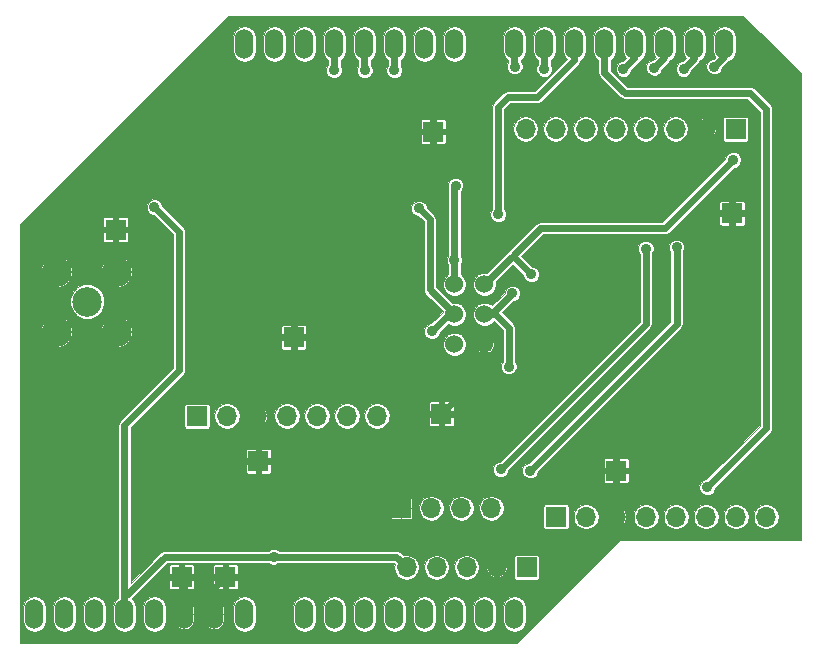
<source format=gtl>
G04 #@! TF.FileFunction,Copper,L1,Top,Signal*
%FSLAX46Y46*%
G04 Gerber Fmt 4.6, Leading zero omitted, Abs format (unit mm)*
G04 Created by KiCad (PCBNEW 4.0.7-e2-6376~58~ubuntu17.04.1) date Fri Apr 27 15:57:42 2018*
%MOMM*%
%LPD*%
G01*
G04 APERTURE LIST*
%ADD10C,0.100000*%
%ADD11C,2.500000*%
%ADD12R,1.700000X1.700000*%
%ADD13O,1.700000X1.700000*%
%ADD14O,1.524000X2.540000*%
%ADD15C,1.524000*%
%ADD16C,0.900000*%
%ADD17C,0.600000*%
%ADD18C,0.026000*%
G04 APERTURE END LIST*
D10*
D11*
X131760000Y-90640000D03*
X131760000Y-85560000D03*
X136840000Y-90640000D03*
X136840000Y-85560000D03*
X134300000Y-88100000D03*
D12*
X160900000Y-105600000D03*
D13*
X163440000Y-105600000D03*
X165980000Y-105600000D03*
X168520000Y-105600000D03*
D12*
X171500000Y-110600000D03*
D13*
X168960000Y-110600000D03*
X166420000Y-110600000D03*
X163880000Y-110600000D03*
X161340000Y-110600000D03*
D12*
X143600000Y-97800000D03*
D13*
X146140000Y-97800000D03*
X148680000Y-97800000D03*
X151220000Y-97800000D03*
X153760000Y-97800000D03*
X156300000Y-97800000D03*
X158840000Y-97800000D03*
D12*
X189200000Y-73500000D03*
D13*
X186660000Y-73500000D03*
X184120000Y-73500000D03*
X181580000Y-73500000D03*
X179040000Y-73500000D03*
X176500000Y-73500000D03*
X173960000Y-73500000D03*
X171420000Y-73500000D03*
D14*
X170480000Y-66300000D03*
X173020000Y-66300000D03*
X175560000Y-66300000D03*
X178100000Y-66300000D03*
X180640000Y-66300000D03*
X183180000Y-66300000D03*
X185720000Y-66300000D03*
X188260000Y-66300000D03*
X170480000Y-114560000D03*
X167940000Y-114560000D03*
X165400000Y-114560000D03*
X162860000Y-114560000D03*
X160320000Y-114560000D03*
X152700000Y-114560000D03*
X155240000Y-114560000D03*
X157780000Y-114560000D03*
X147620000Y-114560000D03*
X145080000Y-114560000D03*
X142540000Y-114560000D03*
X137460000Y-114560000D03*
X134920000Y-114560000D03*
X165400000Y-66300000D03*
X162860000Y-66300000D03*
X160320000Y-66300000D03*
X157780000Y-66300000D03*
X155240000Y-66300000D03*
X152700000Y-66300000D03*
X150160000Y-66300000D03*
X147620000Y-66300000D03*
X140000000Y-114560000D03*
D15*
X165400000Y-86620000D03*
X167940000Y-86620000D03*
X165400000Y-89160000D03*
X167940000Y-89160000D03*
X165400000Y-91700000D03*
X167940000Y-91700000D03*
D14*
X132380000Y-114560000D03*
X129840000Y-114560000D03*
D12*
X174000000Y-106300000D03*
D13*
X176540000Y-106300000D03*
X179080000Y-106300000D03*
X181620000Y-106300000D03*
X184160000Y-106300000D03*
X186700000Y-106300000D03*
X189240000Y-106300000D03*
X191780000Y-106300000D03*
D12*
X164300000Y-97600000D03*
X163600000Y-73700000D03*
X136700000Y-82000000D03*
X179100000Y-102400000D03*
X188900000Y-80600000D03*
X148800000Y-101600000D03*
X142300000Y-111400000D03*
X146000000Y-111400000D03*
X151800000Y-91100000D03*
D16*
X160900000Y-102800000D03*
X169000000Y-108100000D03*
X171900000Y-85800000D03*
X140000000Y-80100000D03*
X150100000Y-109700000D03*
X189000000Y-76100000D03*
X165400000Y-84600000D03*
X165500000Y-78300000D03*
X170000000Y-93600000D03*
X170300000Y-87400000D03*
X163500000Y-90600000D03*
X162400000Y-80200000D03*
X160300000Y-68500000D03*
X157800000Y-68500000D03*
X155200000Y-68500000D03*
X181600000Y-83600000D03*
X169300000Y-102300000D03*
X184800000Y-68400000D03*
X184200000Y-83500000D03*
X171800000Y-102400000D03*
X187400000Y-68200000D03*
X182300000Y-68300000D03*
X179700000Y-68400000D03*
X173000000Y-68400000D03*
X170500000Y-68200000D03*
X169100000Y-80700000D03*
X186800000Y-103800000D03*
D17*
X167940000Y-91700000D02*
X167940000Y-93960000D01*
X167940000Y-93960000D02*
X164300000Y-97600000D01*
X142540000Y-114560000D02*
X142540000Y-111640000D01*
X142540000Y-111640000D02*
X142300000Y-111400000D01*
X145080000Y-114560000D02*
X145080000Y-112320000D01*
X145080000Y-112320000D02*
X146000000Y-111400000D01*
X170330000Y-84230000D02*
X171900000Y-85800000D01*
X150100000Y-109700000D02*
X160440000Y-109700000D01*
X160440000Y-109700000D02*
X161340000Y-110600000D01*
X137460000Y-98540000D02*
X137460000Y-114560000D01*
X142100000Y-93900000D02*
X137460000Y-98540000D01*
X142100000Y-82200000D02*
X142100000Y-93900000D01*
X140000000Y-80100000D02*
X142100000Y-82200000D01*
X137460000Y-114560000D02*
X137460000Y-113140000D01*
X140900000Y-109700000D02*
X150100000Y-109700000D01*
X137460000Y-113140000D02*
X140900000Y-109700000D01*
X172660000Y-81900000D02*
X170330000Y-84230000D01*
X170330000Y-84230000D02*
X167940000Y-86620000D01*
X183200000Y-81900000D02*
X172660000Y-81900000D01*
X189000000Y-76100000D02*
X183200000Y-81900000D01*
X165400000Y-84600000D02*
X165400000Y-86620000D01*
X165400000Y-78400000D02*
X165400000Y-84600000D01*
X165500000Y-78300000D02*
X165400000Y-78400000D01*
X167940000Y-89160000D02*
X168860000Y-89160000D01*
X170000000Y-90300000D02*
X170000000Y-93600000D01*
X168860000Y-89160000D02*
X170000000Y-90300000D01*
X170300000Y-87400000D02*
X168540000Y-89160000D01*
X168540000Y-89160000D02*
X167940000Y-89160000D01*
X163500000Y-90600000D02*
X164940000Y-89160000D01*
X164940000Y-89160000D02*
X165400000Y-89160000D01*
X163300000Y-87060000D02*
X165400000Y-89160000D01*
X163300000Y-81100000D02*
X163300000Y-87060000D01*
X162400000Y-80200000D02*
X163300000Y-81100000D01*
X160320000Y-66300000D02*
X160320000Y-68480000D01*
X160320000Y-68480000D02*
X160300000Y-68500000D01*
X157780000Y-66300000D02*
X157780000Y-68480000D01*
X157780000Y-68480000D02*
X157800000Y-68500000D01*
X155240000Y-66300000D02*
X155240000Y-68460000D01*
X155240000Y-68460000D02*
X155200000Y-68500000D01*
X181600000Y-90000000D02*
X181600000Y-83600000D01*
X169300000Y-102300000D02*
X181600000Y-90000000D01*
X185720000Y-66300000D02*
X185720000Y-67480000D01*
X185720000Y-67480000D02*
X184800000Y-68400000D01*
X184200000Y-90000000D02*
X184200000Y-83500000D01*
X171800000Y-102400000D02*
X184200000Y-90000000D01*
X188260000Y-66300000D02*
X188260000Y-67340000D01*
X188260000Y-67340000D02*
X187400000Y-68200000D01*
X183180000Y-66300000D02*
X183180000Y-67420000D01*
X183180000Y-67420000D02*
X182300000Y-68300000D01*
X180640000Y-66300000D02*
X180640000Y-67460000D01*
X180640000Y-67460000D02*
X179700000Y-68400000D01*
X173020000Y-66300000D02*
X173020000Y-68380000D01*
X173020000Y-68380000D02*
X173000000Y-68400000D01*
X170480000Y-66300000D02*
X170480000Y-68180000D01*
X170480000Y-68180000D02*
X170500000Y-68200000D01*
X175560000Y-66300000D02*
X175560000Y-67640000D01*
X169100000Y-71600000D02*
X169100000Y-80700000D01*
X169900000Y-70800000D02*
X169100000Y-71600000D01*
X172400000Y-70800000D02*
X169900000Y-70800000D01*
X175560000Y-67640000D02*
X172400000Y-70800000D01*
X178100000Y-66300000D02*
X178100000Y-68700000D01*
X191800000Y-98800000D02*
X186800000Y-103800000D01*
X191800000Y-71800000D02*
X191800000Y-98800000D01*
X190400000Y-70400000D02*
X191800000Y-71800000D01*
X179800000Y-70400000D02*
X190400000Y-70400000D01*
X178100000Y-68700000D02*
X179800000Y-70400000D01*
D18*
G36*
X194712000Y-68736451D02*
X194712000Y-108312000D01*
X179400000Y-108312000D01*
X179366324Y-108318699D01*
X179337775Y-108337775D01*
X170663550Y-117012000D01*
X128588000Y-117012000D01*
X128588000Y-114022946D01*
X128865000Y-114022946D01*
X128865000Y-115097054D01*
X128939217Y-115470170D01*
X129150571Y-115786483D01*
X129466884Y-115997837D01*
X129840000Y-116072054D01*
X130213116Y-115997837D01*
X130529429Y-115786483D01*
X130740783Y-115470170D01*
X130815000Y-115097054D01*
X130815000Y-114022946D01*
X131405000Y-114022946D01*
X131405000Y-115097054D01*
X131479217Y-115470170D01*
X131690571Y-115786483D01*
X132006884Y-115997837D01*
X132380000Y-116072054D01*
X132753116Y-115997837D01*
X133069429Y-115786483D01*
X133280783Y-115470170D01*
X133355000Y-115097054D01*
X133355000Y-114022946D01*
X133945000Y-114022946D01*
X133945000Y-115097054D01*
X134019217Y-115470170D01*
X134230571Y-115786483D01*
X134546884Y-115997837D01*
X134920000Y-116072054D01*
X135293116Y-115997837D01*
X135609429Y-115786483D01*
X135820783Y-115470170D01*
X135895000Y-115097054D01*
X135895000Y-114022946D01*
X136485000Y-114022946D01*
X136485000Y-115097054D01*
X136559217Y-115470170D01*
X136770571Y-115786483D01*
X137086884Y-115997837D01*
X137460000Y-116072054D01*
X137833116Y-115997837D01*
X138149429Y-115786483D01*
X138360783Y-115470170D01*
X138435000Y-115097054D01*
X138435000Y-114022946D01*
X139025000Y-114022946D01*
X139025000Y-115097054D01*
X139099217Y-115470170D01*
X139310571Y-115786483D01*
X139626884Y-115997837D01*
X140000000Y-116072054D01*
X140373116Y-115997837D01*
X140689429Y-115786483D01*
X140900783Y-115470170D01*
X140975000Y-115097054D01*
X140975000Y-114560050D01*
X141765000Y-114560050D01*
X141765000Y-115068050D01*
X141824012Y-115364626D01*
X141992027Y-115616043D01*
X142243466Y-115784026D01*
X142418714Y-115833451D01*
X142539950Y-115839750D01*
X142539950Y-114560050D01*
X142540050Y-114560050D01*
X142540050Y-115839750D01*
X142661286Y-115833451D01*
X142836534Y-115784026D01*
X143087973Y-115616043D01*
X143255988Y-115364626D01*
X143315000Y-115068050D01*
X143315000Y-114560050D01*
X144305000Y-114560050D01*
X144305000Y-115068050D01*
X144364012Y-115364626D01*
X144532027Y-115616043D01*
X144783466Y-115784026D01*
X144958714Y-115833451D01*
X145079950Y-115839750D01*
X145079950Y-114560050D01*
X145080050Y-114560050D01*
X145080050Y-115839750D01*
X145201286Y-115833451D01*
X145376534Y-115784026D01*
X145627973Y-115616043D01*
X145795988Y-115364626D01*
X145855000Y-115068050D01*
X145855000Y-114560050D01*
X145080050Y-114560050D01*
X145079950Y-114560050D01*
X144305000Y-114560050D01*
X143315000Y-114560050D01*
X142540050Y-114560050D01*
X142539950Y-114560050D01*
X141765000Y-114560050D01*
X140975000Y-114560050D01*
X140975000Y-114051950D01*
X141765000Y-114051950D01*
X141765000Y-114559950D01*
X142539950Y-114559950D01*
X142540050Y-114559950D01*
X143315000Y-114559950D01*
X143315000Y-114051950D01*
X144305000Y-114051950D01*
X144305000Y-114559950D01*
X145079950Y-114559950D01*
X145080050Y-114559950D01*
X145855000Y-114559950D01*
X145855000Y-114051950D01*
X145849229Y-114022946D01*
X146645000Y-114022946D01*
X146645000Y-115097054D01*
X146719217Y-115470170D01*
X146930571Y-115786483D01*
X147246884Y-115997837D01*
X147620000Y-116072054D01*
X147993116Y-115997837D01*
X148309429Y-115786483D01*
X148520783Y-115470170D01*
X148595000Y-115097054D01*
X148595000Y-114022946D01*
X151725000Y-114022946D01*
X151725000Y-115097054D01*
X151799217Y-115470170D01*
X152010571Y-115786483D01*
X152326884Y-115997837D01*
X152700000Y-116072054D01*
X153073116Y-115997837D01*
X153389429Y-115786483D01*
X153600783Y-115470170D01*
X153675000Y-115097054D01*
X153675000Y-114022946D01*
X154265000Y-114022946D01*
X154265000Y-115097054D01*
X154339217Y-115470170D01*
X154550571Y-115786483D01*
X154866884Y-115997837D01*
X155240000Y-116072054D01*
X155613116Y-115997837D01*
X155929429Y-115786483D01*
X156140783Y-115470170D01*
X156215000Y-115097054D01*
X156215000Y-114022946D01*
X156805000Y-114022946D01*
X156805000Y-115097054D01*
X156879217Y-115470170D01*
X157090571Y-115786483D01*
X157406884Y-115997837D01*
X157780000Y-116072054D01*
X158153116Y-115997837D01*
X158469429Y-115786483D01*
X158680783Y-115470170D01*
X158755000Y-115097054D01*
X158755000Y-114022946D01*
X159345000Y-114022946D01*
X159345000Y-115097054D01*
X159419217Y-115470170D01*
X159630571Y-115786483D01*
X159946884Y-115997837D01*
X160320000Y-116072054D01*
X160693116Y-115997837D01*
X161009429Y-115786483D01*
X161220783Y-115470170D01*
X161295000Y-115097054D01*
X161295000Y-114022946D01*
X161885000Y-114022946D01*
X161885000Y-115097054D01*
X161959217Y-115470170D01*
X162170571Y-115786483D01*
X162486884Y-115997837D01*
X162860000Y-116072054D01*
X163233116Y-115997837D01*
X163549429Y-115786483D01*
X163760783Y-115470170D01*
X163835000Y-115097054D01*
X163835000Y-114022946D01*
X164425000Y-114022946D01*
X164425000Y-115097054D01*
X164499217Y-115470170D01*
X164710571Y-115786483D01*
X165026884Y-115997837D01*
X165400000Y-116072054D01*
X165773116Y-115997837D01*
X166089429Y-115786483D01*
X166300783Y-115470170D01*
X166375000Y-115097054D01*
X166375000Y-114022946D01*
X166965000Y-114022946D01*
X166965000Y-115097054D01*
X167039217Y-115470170D01*
X167250571Y-115786483D01*
X167566884Y-115997837D01*
X167940000Y-116072054D01*
X168313116Y-115997837D01*
X168629429Y-115786483D01*
X168840783Y-115470170D01*
X168915000Y-115097054D01*
X168915000Y-114022946D01*
X169505000Y-114022946D01*
X169505000Y-115097054D01*
X169579217Y-115470170D01*
X169790571Y-115786483D01*
X170106884Y-115997837D01*
X170480000Y-116072054D01*
X170853116Y-115997837D01*
X171169429Y-115786483D01*
X171380783Y-115470170D01*
X171455000Y-115097054D01*
X171455000Y-114022946D01*
X171380783Y-113649830D01*
X171169429Y-113333517D01*
X170853116Y-113122163D01*
X170480000Y-113047946D01*
X170106884Y-113122163D01*
X169790571Y-113333517D01*
X169579217Y-113649830D01*
X169505000Y-114022946D01*
X168915000Y-114022946D01*
X168840783Y-113649830D01*
X168629429Y-113333517D01*
X168313116Y-113122163D01*
X167940000Y-113047946D01*
X167566884Y-113122163D01*
X167250571Y-113333517D01*
X167039217Y-113649830D01*
X166965000Y-114022946D01*
X166375000Y-114022946D01*
X166300783Y-113649830D01*
X166089429Y-113333517D01*
X165773116Y-113122163D01*
X165400000Y-113047946D01*
X165026884Y-113122163D01*
X164710571Y-113333517D01*
X164499217Y-113649830D01*
X164425000Y-114022946D01*
X163835000Y-114022946D01*
X163760783Y-113649830D01*
X163549429Y-113333517D01*
X163233116Y-113122163D01*
X162860000Y-113047946D01*
X162486884Y-113122163D01*
X162170571Y-113333517D01*
X161959217Y-113649830D01*
X161885000Y-114022946D01*
X161295000Y-114022946D01*
X161220783Y-113649830D01*
X161009429Y-113333517D01*
X160693116Y-113122163D01*
X160320000Y-113047946D01*
X159946884Y-113122163D01*
X159630571Y-113333517D01*
X159419217Y-113649830D01*
X159345000Y-114022946D01*
X158755000Y-114022946D01*
X158680783Y-113649830D01*
X158469429Y-113333517D01*
X158153116Y-113122163D01*
X157780000Y-113047946D01*
X157406884Y-113122163D01*
X157090571Y-113333517D01*
X156879217Y-113649830D01*
X156805000Y-114022946D01*
X156215000Y-114022946D01*
X156140783Y-113649830D01*
X155929429Y-113333517D01*
X155613116Y-113122163D01*
X155240000Y-113047946D01*
X154866884Y-113122163D01*
X154550571Y-113333517D01*
X154339217Y-113649830D01*
X154265000Y-114022946D01*
X153675000Y-114022946D01*
X153600783Y-113649830D01*
X153389429Y-113333517D01*
X153073116Y-113122163D01*
X152700000Y-113047946D01*
X152326884Y-113122163D01*
X152010571Y-113333517D01*
X151799217Y-113649830D01*
X151725000Y-114022946D01*
X148595000Y-114022946D01*
X148520783Y-113649830D01*
X148309429Y-113333517D01*
X147993116Y-113122163D01*
X147620000Y-113047946D01*
X147246884Y-113122163D01*
X146930571Y-113333517D01*
X146719217Y-113649830D01*
X146645000Y-114022946D01*
X145849229Y-114022946D01*
X145795988Y-113755374D01*
X145627973Y-113503957D01*
X145376534Y-113335974D01*
X145201286Y-113286549D01*
X145080050Y-113280250D01*
X145080050Y-114559950D01*
X145079950Y-114559950D01*
X145079950Y-113280250D01*
X144958714Y-113286549D01*
X144783466Y-113335974D01*
X144532027Y-113503957D01*
X144364012Y-113755374D01*
X144305000Y-114051950D01*
X143315000Y-114051950D01*
X143255988Y-113755374D01*
X143087973Y-113503957D01*
X142836534Y-113335974D01*
X142661286Y-113286549D01*
X142540050Y-113280250D01*
X142540050Y-114559950D01*
X142539950Y-114559950D01*
X142539950Y-113280250D01*
X142418714Y-113286549D01*
X142243466Y-113335974D01*
X141992027Y-113503957D01*
X141824012Y-113755374D01*
X141765000Y-114051950D01*
X140975000Y-114051950D01*
X140975000Y-114022946D01*
X140900783Y-113649830D01*
X140689429Y-113333517D01*
X140373116Y-113122163D01*
X140000000Y-113047946D01*
X139626884Y-113122163D01*
X139310571Y-113333517D01*
X139099217Y-113649830D01*
X139025000Y-114022946D01*
X138435000Y-114022946D01*
X138360783Y-113649830D01*
X138149429Y-113333517D01*
X138055042Y-113270450D01*
X139635242Y-111690250D01*
X141237000Y-111690250D01*
X141237000Y-112292369D01*
X141269428Y-112370655D01*
X141329346Y-112430573D01*
X141407632Y-112463000D01*
X142009750Y-112463000D01*
X142063000Y-112409750D01*
X142063000Y-111637000D01*
X142537000Y-111637000D01*
X142537000Y-112409750D01*
X142590250Y-112463000D01*
X143192368Y-112463000D01*
X143270654Y-112430573D01*
X143330572Y-112370655D01*
X143363000Y-112292369D01*
X143363000Y-111690250D01*
X144937000Y-111690250D01*
X144937000Y-112292369D01*
X144969428Y-112370655D01*
X145029346Y-112430573D01*
X145107632Y-112463000D01*
X145709750Y-112463000D01*
X145763000Y-112409750D01*
X145763000Y-111637000D01*
X146237000Y-111637000D01*
X146237000Y-112409750D01*
X146290250Y-112463000D01*
X146892368Y-112463000D01*
X146970654Y-112430573D01*
X147030572Y-112370655D01*
X147063000Y-112292369D01*
X147063000Y-111690250D01*
X147009750Y-111637000D01*
X146237000Y-111637000D01*
X145763000Y-111637000D01*
X144990250Y-111637000D01*
X144937000Y-111690250D01*
X143363000Y-111690250D01*
X143309750Y-111637000D01*
X142537000Y-111637000D01*
X142063000Y-111637000D01*
X141290250Y-111637000D01*
X141237000Y-111690250D01*
X139635242Y-111690250D01*
X140817861Y-110507631D01*
X141237000Y-110507631D01*
X141237000Y-111109750D01*
X141290250Y-111163000D01*
X142063000Y-111163000D01*
X142063000Y-110390250D01*
X142537000Y-110390250D01*
X142537000Y-111163000D01*
X143309750Y-111163000D01*
X143363000Y-111109750D01*
X143363000Y-110507631D01*
X144937000Y-110507631D01*
X144937000Y-111109750D01*
X144990250Y-111163000D01*
X145763000Y-111163000D01*
X145763000Y-110390250D01*
X146237000Y-110390250D01*
X146237000Y-111163000D01*
X147009750Y-111163000D01*
X147063000Y-111109750D01*
X147063000Y-110507631D01*
X147030572Y-110429345D01*
X146970654Y-110369427D01*
X146892368Y-110337000D01*
X146290250Y-110337000D01*
X146237000Y-110390250D01*
X145763000Y-110390250D01*
X145709750Y-110337000D01*
X145107632Y-110337000D01*
X145029346Y-110369427D01*
X144969428Y-110429345D01*
X144937000Y-110507631D01*
X143363000Y-110507631D01*
X143330572Y-110429345D01*
X143270654Y-110369427D01*
X143192368Y-110337000D01*
X142590250Y-110337000D01*
X142537000Y-110390250D01*
X142063000Y-110390250D01*
X142009750Y-110337000D01*
X141407632Y-110337000D01*
X141329346Y-110369427D01*
X141269428Y-110429345D01*
X141237000Y-110507631D01*
X140817861Y-110507631D01*
X141112492Y-110213000D01*
X149675299Y-110213000D01*
X149723950Y-110261736D01*
X149967543Y-110362885D01*
X150231300Y-110363115D01*
X150475069Y-110262392D01*
X150524547Y-110213000D01*
X160227508Y-110213000D01*
X160329541Y-110315033D01*
X160277000Y-110579175D01*
X160277000Y-110620825D01*
X160357916Y-111027617D01*
X160588345Y-111372480D01*
X160933208Y-111602909D01*
X161340000Y-111683825D01*
X161746792Y-111602909D01*
X162091655Y-111372480D01*
X162322084Y-111027617D01*
X162403000Y-110620825D01*
X162403000Y-110579175D01*
X162817000Y-110579175D01*
X162817000Y-110620825D01*
X162897916Y-111027617D01*
X163128345Y-111372480D01*
X163473208Y-111602909D01*
X163880000Y-111683825D01*
X164286792Y-111602909D01*
X164631655Y-111372480D01*
X164862084Y-111027617D01*
X164943000Y-110620825D01*
X164943000Y-110579175D01*
X165357000Y-110579175D01*
X165357000Y-110620825D01*
X165437916Y-111027617D01*
X165668345Y-111372480D01*
X166013208Y-111602909D01*
X166420000Y-111683825D01*
X166826792Y-111602909D01*
X167171655Y-111372480D01*
X167402084Y-111027617D01*
X167483000Y-110620825D01*
X167483000Y-110600050D01*
X168100250Y-110600050D01*
X168107633Y-110735052D01*
X168224198Y-111050959D01*
X168452782Y-111298211D01*
X168758585Y-111439167D01*
X168824948Y-111452367D01*
X168959950Y-111459750D01*
X168959950Y-110600050D01*
X168960050Y-110600050D01*
X168960050Y-111459750D01*
X169095052Y-111452367D01*
X169161415Y-111439167D01*
X169467218Y-111298211D01*
X169695802Y-111050959D01*
X169812367Y-110735052D01*
X169819750Y-110600050D01*
X168960050Y-110600050D01*
X168959950Y-110600050D01*
X168100250Y-110600050D01*
X167483000Y-110600050D01*
X167483000Y-110599950D01*
X168100250Y-110599950D01*
X168959950Y-110599950D01*
X168960050Y-110599950D01*
X169819750Y-110599950D01*
X169812367Y-110464948D01*
X169695802Y-110149041D01*
X169467218Y-109901789D01*
X169161415Y-109760833D01*
X169106953Y-109750000D01*
X170432828Y-109750000D01*
X170432828Y-111450000D01*
X170447680Y-111528933D01*
X170494329Y-111601428D01*
X170565508Y-111650062D01*
X170650000Y-111667172D01*
X172350000Y-111667172D01*
X172428933Y-111652320D01*
X172501428Y-111605671D01*
X172550062Y-111534492D01*
X172567172Y-111450000D01*
X172567172Y-109750000D01*
X172552320Y-109671067D01*
X172505671Y-109598572D01*
X172434492Y-109549938D01*
X172350000Y-109532828D01*
X170650000Y-109532828D01*
X170571067Y-109547680D01*
X170498572Y-109594329D01*
X170449938Y-109665508D01*
X170432828Y-109750000D01*
X169106953Y-109750000D01*
X169095052Y-109747633D01*
X168960050Y-109740250D01*
X168960050Y-110599950D01*
X168959950Y-110599950D01*
X168959950Y-109740250D01*
X168824948Y-109747633D01*
X168758585Y-109760833D01*
X168452782Y-109901789D01*
X168224198Y-110149041D01*
X168107633Y-110464948D01*
X168100250Y-110599950D01*
X167483000Y-110599950D01*
X167483000Y-110579175D01*
X167402084Y-110172383D01*
X167171655Y-109827520D01*
X166826792Y-109597091D01*
X166420000Y-109516175D01*
X166013208Y-109597091D01*
X165668345Y-109827520D01*
X165437916Y-110172383D01*
X165357000Y-110579175D01*
X164943000Y-110579175D01*
X164862084Y-110172383D01*
X164631655Y-109827520D01*
X164286792Y-109597091D01*
X163880000Y-109516175D01*
X163473208Y-109597091D01*
X163128345Y-109827520D01*
X162897916Y-110172383D01*
X162817000Y-110579175D01*
X162403000Y-110579175D01*
X162322084Y-110172383D01*
X162091655Y-109827520D01*
X161746792Y-109597091D01*
X161340000Y-109516175D01*
X161041118Y-109575626D01*
X160802746Y-109337254D01*
X160782835Y-109323950D01*
X160636317Y-109226050D01*
X160440000Y-109187000D01*
X150524701Y-109187000D01*
X150476050Y-109138264D01*
X150232457Y-109037115D01*
X149968700Y-109036885D01*
X149724931Y-109137608D01*
X149675453Y-109187000D01*
X140900005Y-109187000D01*
X140900000Y-109186999D01*
X140703684Y-109226049D01*
X140537254Y-109337254D01*
X137973000Y-111901508D01*
X137973000Y-105603300D01*
X160037000Y-105603300D01*
X160037000Y-106452586D01*
X160038979Y-106457364D01*
X160042636Y-106461021D01*
X160047414Y-106463000D01*
X160896700Y-106463000D01*
X160899950Y-106459750D01*
X160899950Y-105600050D01*
X160900050Y-105600050D01*
X160900050Y-106459750D01*
X160903300Y-106463000D01*
X161752586Y-106463000D01*
X161757364Y-106461021D01*
X161761021Y-106457364D01*
X161763000Y-106452586D01*
X161763000Y-105603300D01*
X161759750Y-105600050D01*
X160900050Y-105600050D01*
X160899950Y-105600050D01*
X160040250Y-105600050D01*
X160037000Y-105603300D01*
X137973000Y-105603300D01*
X137973000Y-104747414D01*
X160037000Y-104747414D01*
X160037000Y-105596700D01*
X160040250Y-105599950D01*
X160899950Y-105599950D01*
X160899950Y-104740250D01*
X160900050Y-104740250D01*
X160900050Y-105599950D01*
X161759750Y-105599950D01*
X161763000Y-105596700D01*
X161763000Y-105579175D01*
X162377000Y-105579175D01*
X162377000Y-105620825D01*
X162457916Y-106027617D01*
X162688345Y-106372480D01*
X163033208Y-106602909D01*
X163440000Y-106683825D01*
X163846792Y-106602909D01*
X164191655Y-106372480D01*
X164422084Y-106027617D01*
X164503000Y-105620825D01*
X164503000Y-105579175D01*
X164917000Y-105579175D01*
X164917000Y-105620825D01*
X164997916Y-106027617D01*
X165228345Y-106372480D01*
X165573208Y-106602909D01*
X165980000Y-106683825D01*
X166386792Y-106602909D01*
X166731655Y-106372480D01*
X166962084Y-106027617D01*
X167043000Y-105620825D01*
X167043000Y-105579175D01*
X167457000Y-105579175D01*
X167457000Y-105620825D01*
X167537916Y-106027617D01*
X167768345Y-106372480D01*
X168113208Y-106602909D01*
X168520000Y-106683825D01*
X168926792Y-106602909D01*
X169271655Y-106372480D01*
X169502084Y-106027617D01*
X169583000Y-105620825D01*
X169583000Y-105579175D01*
X169557306Y-105450000D01*
X172932828Y-105450000D01*
X172932828Y-107150000D01*
X172947680Y-107228933D01*
X172994329Y-107301428D01*
X173065508Y-107350062D01*
X173150000Y-107367172D01*
X174850000Y-107367172D01*
X174928933Y-107352320D01*
X175001428Y-107305671D01*
X175050062Y-107234492D01*
X175067172Y-107150000D01*
X175067172Y-106279175D01*
X175477000Y-106279175D01*
X175477000Y-106320825D01*
X175557916Y-106727617D01*
X175788345Y-107072480D01*
X176133208Y-107302909D01*
X176540000Y-107383825D01*
X176946792Y-107302909D01*
X177291655Y-107072480D01*
X177522084Y-106727617D01*
X177603000Y-106320825D01*
X177603000Y-106300050D01*
X178220250Y-106300050D01*
X178227633Y-106435052D01*
X178344198Y-106750959D01*
X178572782Y-106998211D01*
X178878585Y-107139167D01*
X178944948Y-107152367D01*
X179079950Y-107159750D01*
X179079950Y-106300050D01*
X179080050Y-106300050D01*
X179080050Y-107159750D01*
X179215052Y-107152367D01*
X179281415Y-107139167D01*
X179587218Y-106998211D01*
X179815802Y-106750959D01*
X179932367Y-106435052D01*
X179939750Y-106300050D01*
X179080050Y-106300050D01*
X179079950Y-106300050D01*
X178220250Y-106300050D01*
X177603000Y-106300050D01*
X177603000Y-106299950D01*
X178220250Y-106299950D01*
X179079950Y-106299950D01*
X179080050Y-106299950D01*
X179939750Y-106299950D01*
X179938614Y-106279175D01*
X180557000Y-106279175D01*
X180557000Y-106320825D01*
X180637916Y-106727617D01*
X180868345Y-107072480D01*
X181213208Y-107302909D01*
X181620000Y-107383825D01*
X182026792Y-107302909D01*
X182371655Y-107072480D01*
X182602084Y-106727617D01*
X182683000Y-106320825D01*
X182683000Y-106279175D01*
X183097000Y-106279175D01*
X183097000Y-106320825D01*
X183177916Y-106727617D01*
X183408345Y-107072480D01*
X183753208Y-107302909D01*
X184160000Y-107383825D01*
X184566792Y-107302909D01*
X184911655Y-107072480D01*
X185142084Y-106727617D01*
X185223000Y-106320825D01*
X185223000Y-106279175D01*
X185637000Y-106279175D01*
X185637000Y-106320825D01*
X185717916Y-106727617D01*
X185948345Y-107072480D01*
X186293208Y-107302909D01*
X186700000Y-107383825D01*
X187106792Y-107302909D01*
X187451655Y-107072480D01*
X187682084Y-106727617D01*
X187763000Y-106320825D01*
X187763000Y-106279175D01*
X188177000Y-106279175D01*
X188177000Y-106320825D01*
X188257916Y-106727617D01*
X188488345Y-107072480D01*
X188833208Y-107302909D01*
X189240000Y-107383825D01*
X189646792Y-107302909D01*
X189991655Y-107072480D01*
X190222084Y-106727617D01*
X190303000Y-106320825D01*
X190303000Y-106279175D01*
X190717000Y-106279175D01*
X190717000Y-106320825D01*
X190797916Y-106727617D01*
X191028345Y-107072480D01*
X191373208Y-107302909D01*
X191780000Y-107383825D01*
X192186792Y-107302909D01*
X192531655Y-107072480D01*
X192762084Y-106727617D01*
X192843000Y-106320825D01*
X192843000Y-106279175D01*
X192762084Y-105872383D01*
X192531655Y-105527520D01*
X192186792Y-105297091D01*
X191780000Y-105216175D01*
X191373208Y-105297091D01*
X191028345Y-105527520D01*
X190797916Y-105872383D01*
X190717000Y-106279175D01*
X190303000Y-106279175D01*
X190222084Y-105872383D01*
X189991655Y-105527520D01*
X189646792Y-105297091D01*
X189240000Y-105216175D01*
X188833208Y-105297091D01*
X188488345Y-105527520D01*
X188257916Y-105872383D01*
X188177000Y-106279175D01*
X187763000Y-106279175D01*
X187682084Y-105872383D01*
X187451655Y-105527520D01*
X187106792Y-105297091D01*
X186700000Y-105216175D01*
X186293208Y-105297091D01*
X185948345Y-105527520D01*
X185717916Y-105872383D01*
X185637000Y-106279175D01*
X185223000Y-106279175D01*
X185142084Y-105872383D01*
X184911655Y-105527520D01*
X184566792Y-105297091D01*
X184160000Y-105216175D01*
X183753208Y-105297091D01*
X183408345Y-105527520D01*
X183177916Y-105872383D01*
X183097000Y-106279175D01*
X182683000Y-106279175D01*
X182602084Y-105872383D01*
X182371655Y-105527520D01*
X182026792Y-105297091D01*
X181620000Y-105216175D01*
X181213208Y-105297091D01*
X180868345Y-105527520D01*
X180637916Y-105872383D01*
X180557000Y-106279175D01*
X179938614Y-106279175D01*
X179932367Y-106164948D01*
X179815802Y-105849041D01*
X179587218Y-105601789D01*
X179281415Y-105460833D01*
X179215052Y-105447633D01*
X179080050Y-105440250D01*
X179080050Y-106299950D01*
X179079950Y-106299950D01*
X179079950Y-105440250D01*
X178944948Y-105447633D01*
X178878585Y-105460833D01*
X178572782Y-105601789D01*
X178344198Y-105849041D01*
X178227633Y-106164948D01*
X178220250Y-106299950D01*
X177603000Y-106299950D01*
X177603000Y-106279175D01*
X177522084Y-105872383D01*
X177291655Y-105527520D01*
X176946792Y-105297091D01*
X176540000Y-105216175D01*
X176133208Y-105297091D01*
X175788345Y-105527520D01*
X175557916Y-105872383D01*
X175477000Y-106279175D01*
X175067172Y-106279175D01*
X175067172Y-105450000D01*
X175052320Y-105371067D01*
X175005671Y-105298572D01*
X174934492Y-105249938D01*
X174850000Y-105232828D01*
X173150000Y-105232828D01*
X173071067Y-105247680D01*
X172998572Y-105294329D01*
X172949938Y-105365508D01*
X172932828Y-105450000D01*
X169557306Y-105450000D01*
X169502084Y-105172383D01*
X169271655Y-104827520D01*
X168926792Y-104597091D01*
X168520000Y-104516175D01*
X168113208Y-104597091D01*
X167768345Y-104827520D01*
X167537916Y-105172383D01*
X167457000Y-105579175D01*
X167043000Y-105579175D01*
X166962084Y-105172383D01*
X166731655Y-104827520D01*
X166386792Y-104597091D01*
X165980000Y-104516175D01*
X165573208Y-104597091D01*
X165228345Y-104827520D01*
X164997916Y-105172383D01*
X164917000Y-105579175D01*
X164503000Y-105579175D01*
X164422084Y-105172383D01*
X164191655Y-104827520D01*
X163846792Y-104597091D01*
X163440000Y-104516175D01*
X163033208Y-104597091D01*
X162688345Y-104827520D01*
X162457916Y-105172383D01*
X162377000Y-105579175D01*
X161763000Y-105579175D01*
X161763000Y-104747414D01*
X161761021Y-104742636D01*
X161757364Y-104738979D01*
X161752586Y-104737000D01*
X160903300Y-104737000D01*
X160900050Y-104740250D01*
X160899950Y-104740250D01*
X160896700Y-104737000D01*
X160047414Y-104737000D01*
X160042636Y-104738979D01*
X160038979Y-104742636D01*
X160037000Y-104747414D01*
X137973000Y-104747414D01*
X137973000Y-101890250D01*
X147737000Y-101890250D01*
X147737000Y-102492369D01*
X147769428Y-102570655D01*
X147829346Y-102630573D01*
X147907632Y-102663000D01*
X148509750Y-102663000D01*
X148563000Y-102609750D01*
X148563000Y-101837000D01*
X149037000Y-101837000D01*
X149037000Y-102609750D01*
X149090250Y-102663000D01*
X149692368Y-102663000D01*
X149770654Y-102630573D01*
X149830572Y-102570655D01*
X149863000Y-102492369D01*
X149863000Y-102431300D01*
X168636885Y-102431300D01*
X168737608Y-102675069D01*
X168923950Y-102861736D01*
X169167543Y-102962885D01*
X169431300Y-102963115D01*
X169675069Y-102862392D01*
X169861736Y-102676050D01*
X169921841Y-102531300D01*
X171136885Y-102531300D01*
X171237608Y-102775069D01*
X171423950Y-102961736D01*
X171667543Y-103062885D01*
X171931300Y-103063115D01*
X172175069Y-102962392D01*
X172361736Y-102776050D01*
X172397363Y-102690250D01*
X178037000Y-102690250D01*
X178037000Y-103292369D01*
X178069428Y-103370655D01*
X178129346Y-103430573D01*
X178207632Y-103463000D01*
X178809750Y-103463000D01*
X178863000Y-103409750D01*
X178863000Y-102637000D01*
X179337000Y-102637000D01*
X179337000Y-103409750D01*
X179390250Y-103463000D01*
X179992368Y-103463000D01*
X180070654Y-103430573D01*
X180130572Y-103370655D01*
X180163000Y-103292369D01*
X180163000Y-102690250D01*
X180109750Y-102637000D01*
X179337000Y-102637000D01*
X178863000Y-102637000D01*
X178090250Y-102637000D01*
X178037000Y-102690250D01*
X172397363Y-102690250D01*
X172462885Y-102532457D01*
X172462946Y-102462546D01*
X173417861Y-101507631D01*
X178037000Y-101507631D01*
X178037000Y-102109750D01*
X178090250Y-102163000D01*
X178863000Y-102163000D01*
X178863000Y-101390250D01*
X179337000Y-101390250D01*
X179337000Y-102163000D01*
X180109750Y-102163000D01*
X180163000Y-102109750D01*
X180163000Y-101507631D01*
X180130572Y-101429345D01*
X180070654Y-101369427D01*
X179992368Y-101337000D01*
X179390250Y-101337000D01*
X179337000Y-101390250D01*
X178863000Y-101390250D01*
X178809750Y-101337000D01*
X178207632Y-101337000D01*
X178129346Y-101369427D01*
X178069428Y-101429345D01*
X178037000Y-101507631D01*
X173417861Y-101507631D01*
X184562746Y-90362746D01*
X184673950Y-90196317D01*
X184713000Y-90000000D01*
X184713000Y-83924701D01*
X184761736Y-83876050D01*
X184862885Y-83632457D01*
X184863115Y-83368700D01*
X184762392Y-83124931D01*
X184576050Y-82938264D01*
X184332457Y-82837115D01*
X184068700Y-82836885D01*
X183824931Y-82937608D01*
X183638264Y-83123950D01*
X183537115Y-83367543D01*
X183536885Y-83631300D01*
X183637608Y-83875069D01*
X183687000Y-83924547D01*
X183687000Y-89787508D01*
X171737563Y-101736945D01*
X171668700Y-101736885D01*
X171424931Y-101837608D01*
X171238264Y-102023950D01*
X171137115Y-102267543D01*
X171136885Y-102531300D01*
X169921841Y-102531300D01*
X169962885Y-102432457D01*
X169962946Y-102362546D01*
X181962746Y-90362746D01*
X182073950Y-90196317D01*
X182113000Y-90000000D01*
X182113000Y-84024701D01*
X182161736Y-83976050D01*
X182262885Y-83732457D01*
X182263115Y-83468700D01*
X182162392Y-83224931D01*
X181976050Y-83038264D01*
X181732457Y-82937115D01*
X181468700Y-82936885D01*
X181224931Y-83037608D01*
X181038264Y-83223950D01*
X180937115Y-83467543D01*
X180936885Y-83731300D01*
X181037608Y-83975069D01*
X181087000Y-84024547D01*
X181087000Y-89787508D01*
X169237563Y-101636945D01*
X169168700Y-101636885D01*
X168924931Y-101737608D01*
X168738264Y-101923950D01*
X168637115Y-102167543D01*
X168636885Y-102431300D01*
X149863000Y-102431300D01*
X149863000Y-101890250D01*
X149809750Y-101837000D01*
X149037000Y-101837000D01*
X148563000Y-101837000D01*
X147790250Y-101837000D01*
X147737000Y-101890250D01*
X137973000Y-101890250D01*
X137973000Y-100707631D01*
X147737000Y-100707631D01*
X147737000Y-101309750D01*
X147790250Y-101363000D01*
X148563000Y-101363000D01*
X148563000Y-100590250D01*
X149037000Y-100590250D01*
X149037000Y-101363000D01*
X149809750Y-101363000D01*
X149863000Y-101309750D01*
X149863000Y-100707631D01*
X149830572Y-100629345D01*
X149770654Y-100569427D01*
X149692368Y-100537000D01*
X149090250Y-100537000D01*
X149037000Y-100590250D01*
X148563000Y-100590250D01*
X148509750Y-100537000D01*
X147907632Y-100537000D01*
X147829346Y-100569427D01*
X147769428Y-100629345D01*
X147737000Y-100707631D01*
X137973000Y-100707631D01*
X137973000Y-98752492D01*
X139775492Y-96950000D01*
X142532828Y-96950000D01*
X142532828Y-98650000D01*
X142547680Y-98728933D01*
X142594329Y-98801428D01*
X142665508Y-98850062D01*
X142750000Y-98867172D01*
X144450000Y-98867172D01*
X144528933Y-98852320D01*
X144601428Y-98805671D01*
X144650062Y-98734492D01*
X144667172Y-98650000D01*
X144667172Y-97779175D01*
X145077000Y-97779175D01*
X145077000Y-97820825D01*
X145157916Y-98227617D01*
X145388345Y-98572480D01*
X145733208Y-98802909D01*
X146140000Y-98883825D01*
X146546792Y-98802909D01*
X146891655Y-98572480D01*
X147122084Y-98227617D01*
X147203000Y-97820825D01*
X147203000Y-97800050D01*
X147820250Y-97800050D01*
X147827633Y-97935052D01*
X147944198Y-98250959D01*
X148172782Y-98498211D01*
X148478585Y-98639167D01*
X148544948Y-98652367D01*
X148679950Y-98659750D01*
X148679950Y-97800050D01*
X148680050Y-97800050D01*
X148680050Y-98659750D01*
X148815052Y-98652367D01*
X148881415Y-98639167D01*
X149187218Y-98498211D01*
X149415802Y-98250959D01*
X149532367Y-97935052D01*
X149539750Y-97800050D01*
X148680050Y-97800050D01*
X148679950Y-97800050D01*
X147820250Y-97800050D01*
X147203000Y-97800050D01*
X147203000Y-97799950D01*
X147820250Y-97799950D01*
X148679950Y-97799950D01*
X148680050Y-97799950D01*
X149539750Y-97799950D01*
X149538614Y-97779175D01*
X150157000Y-97779175D01*
X150157000Y-97820825D01*
X150237916Y-98227617D01*
X150468345Y-98572480D01*
X150813208Y-98802909D01*
X151220000Y-98883825D01*
X151626792Y-98802909D01*
X151971655Y-98572480D01*
X152202084Y-98227617D01*
X152283000Y-97820825D01*
X152283000Y-97779175D01*
X152697000Y-97779175D01*
X152697000Y-97820825D01*
X152777916Y-98227617D01*
X153008345Y-98572480D01*
X153353208Y-98802909D01*
X153760000Y-98883825D01*
X154166792Y-98802909D01*
X154511655Y-98572480D01*
X154742084Y-98227617D01*
X154823000Y-97820825D01*
X154823000Y-97779175D01*
X155237000Y-97779175D01*
X155237000Y-97820825D01*
X155317916Y-98227617D01*
X155548345Y-98572480D01*
X155893208Y-98802909D01*
X156300000Y-98883825D01*
X156706792Y-98802909D01*
X157051655Y-98572480D01*
X157282084Y-98227617D01*
X157363000Y-97820825D01*
X157363000Y-97779175D01*
X157777000Y-97779175D01*
X157777000Y-97820825D01*
X157857916Y-98227617D01*
X158088345Y-98572480D01*
X158433208Y-98802909D01*
X158840000Y-98883825D01*
X159246792Y-98802909D01*
X159591655Y-98572480D01*
X159822084Y-98227617D01*
X159889190Y-97890250D01*
X163237000Y-97890250D01*
X163237000Y-98492369D01*
X163269428Y-98570655D01*
X163329346Y-98630573D01*
X163407632Y-98663000D01*
X164009750Y-98663000D01*
X164063000Y-98609750D01*
X164063000Y-97837000D01*
X164537000Y-97837000D01*
X164537000Y-98609750D01*
X164590250Y-98663000D01*
X165192368Y-98663000D01*
X165270654Y-98630573D01*
X165330572Y-98570655D01*
X165363000Y-98492369D01*
X165363000Y-97890250D01*
X165309750Y-97837000D01*
X164537000Y-97837000D01*
X164063000Y-97837000D01*
X163290250Y-97837000D01*
X163237000Y-97890250D01*
X159889190Y-97890250D01*
X159903000Y-97820825D01*
X159903000Y-97779175D01*
X159822084Y-97372383D01*
X159591655Y-97027520D01*
X159246792Y-96797091D01*
X158840000Y-96716175D01*
X158433208Y-96797091D01*
X158088345Y-97027520D01*
X157857916Y-97372383D01*
X157777000Y-97779175D01*
X157363000Y-97779175D01*
X157282084Y-97372383D01*
X157051655Y-97027520D01*
X156706792Y-96797091D01*
X156300000Y-96716175D01*
X155893208Y-96797091D01*
X155548345Y-97027520D01*
X155317916Y-97372383D01*
X155237000Y-97779175D01*
X154823000Y-97779175D01*
X154742084Y-97372383D01*
X154511655Y-97027520D01*
X154166792Y-96797091D01*
X153760000Y-96716175D01*
X153353208Y-96797091D01*
X153008345Y-97027520D01*
X152777916Y-97372383D01*
X152697000Y-97779175D01*
X152283000Y-97779175D01*
X152202084Y-97372383D01*
X151971655Y-97027520D01*
X151626792Y-96797091D01*
X151220000Y-96716175D01*
X150813208Y-96797091D01*
X150468345Y-97027520D01*
X150237916Y-97372383D01*
X150157000Y-97779175D01*
X149538614Y-97779175D01*
X149532367Y-97664948D01*
X149415802Y-97349041D01*
X149187218Y-97101789D01*
X148881415Y-96960833D01*
X148815052Y-96947633D01*
X148680050Y-96940250D01*
X148680050Y-97799950D01*
X148679950Y-97799950D01*
X148679950Y-96940250D01*
X148544948Y-96947633D01*
X148478585Y-96960833D01*
X148172782Y-97101789D01*
X147944198Y-97349041D01*
X147827633Y-97664948D01*
X147820250Y-97799950D01*
X147203000Y-97799950D01*
X147203000Y-97779175D01*
X147122084Y-97372383D01*
X146891655Y-97027520D01*
X146546792Y-96797091D01*
X146140000Y-96716175D01*
X145733208Y-96797091D01*
X145388345Y-97027520D01*
X145157916Y-97372383D01*
X145077000Y-97779175D01*
X144667172Y-97779175D01*
X144667172Y-96950000D01*
X144652320Y-96871067D01*
X144605671Y-96798572D01*
X144534492Y-96749938D01*
X144450000Y-96732828D01*
X142750000Y-96732828D01*
X142671067Y-96747680D01*
X142598572Y-96794329D01*
X142549938Y-96865508D01*
X142532828Y-96950000D01*
X139775492Y-96950000D01*
X140017861Y-96707631D01*
X163237000Y-96707631D01*
X163237000Y-97309750D01*
X163290250Y-97363000D01*
X164063000Y-97363000D01*
X164063000Y-96590250D01*
X164537000Y-96590250D01*
X164537000Y-97363000D01*
X165309750Y-97363000D01*
X165363000Y-97309750D01*
X165363000Y-96707631D01*
X165330572Y-96629345D01*
X165270654Y-96569427D01*
X165192368Y-96537000D01*
X164590250Y-96537000D01*
X164537000Y-96590250D01*
X164063000Y-96590250D01*
X164009750Y-96537000D01*
X163407632Y-96537000D01*
X163329346Y-96569427D01*
X163269428Y-96629345D01*
X163237000Y-96707631D01*
X140017861Y-96707631D01*
X142462746Y-94262746D01*
X142529800Y-94162392D01*
X142573950Y-94096317D01*
X142613000Y-93900000D01*
X142613000Y-91390250D01*
X150737000Y-91390250D01*
X150737000Y-91992369D01*
X150769428Y-92070655D01*
X150829346Y-92130573D01*
X150907632Y-92163000D01*
X151509750Y-92163000D01*
X151563000Y-92109750D01*
X151563000Y-91337000D01*
X152037000Y-91337000D01*
X152037000Y-92109750D01*
X152090250Y-92163000D01*
X152692368Y-92163000D01*
X152770654Y-92130573D01*
X152830572Y-92070655D01*
X152863000Y-91992369D01*
X152863000Y-91893089D01*
X164424831Y-91893089D01*
X164572954Y-92251571D01*
X164846986Y-92526082D01*
X165205210Y-92674830D01*
X165593089Y-92675169D01*
X165951571Y-92527046D01*
X166222608Y-92256481D01*
X167383590Y-92256481D01*
X167475582Y-92339301D01*
X167755584Y-92468362D01*
X168063661Y-92480447D01*
X168352912Y-92373716D01*
X168404418Y-92339301D01*
X168496410Y-92256481D01*
X167940000Y-91700071D01*
X167383590Y-92256481D01*
X166222608Y-92256481D01*
X166226082Y-92253014D01*
X166374830Y-91894790D01*
X166374892Y-91823661D01*
X167159553Y-91823661D01*
X167266284Y-92112912D01*
X167300699Y-92164418D01*
X167383519Y-92256410D01*
X167939929Y-91700000D01*
X167940071Y-91700000D01*
X168496481Y-92256410D01*
X168579301Y-92164418D01*
X168708362Y-91884416D01*
X168720447Y-91576339D01*
X168613716Y-91287088D01*
X168579301Y-91235582D01*
X168496481Y-91143590D01*
X167940071Y-91700000D01*
X167939929Y-91700000D01*
X167383519Y-91143590D01*
X167300699Y-91235582D01*
X167171638Y-91515584D01*
X167159553Y-91823661D01*
X166374892Y-91823661D01*
X166375169Y-91506911D01*
X166227046Y-91148429D01*
X166222145Y-91143519D01*
X167383590Y-91143519D01*
X167940000Y-91699929D01*
X168496410Y-91143519D01*
X168404418Y-91060699D01*
X168124416Y-90931638D01*
X167816339Y-90919553D01*
X167527088Y-91026284D01*
X167475582Y-91060699D01*
X167383590Y-91143519D01*
X166222145Y-91143519D01*
X165953014Y-90873918D01*
X165594790Y-90725170D01*
X165206911Y-90724831D01*
X164848429Y-90872954D01*
X164573918Y-91146986D01*
X164425170Y-91505210D01*
X164424831Y-91893089D01*
X152863000Y-91893089D01*
X152863000Y-91390250D01*
X152809750Y-91337000D01*
X152037000Y-91337000D01*
X151563000Y-91337000D01*
X150790250Y-91337000D01*
X150737000Y-91390250D01*
X142613000Y-91390250D01*
X142613000Y-90207631D01*
X150737000Y-90207631D01*
X150737000Y-90809750D01*
X150790250Y-90863000D01*
X151563000Y-90863000D01*
X151563000Y-90090250D01*
X152037000Y-90090250D01*
X152037000Y-90863000D01*
X152809750Y-90863000D01*
X152863000Y-90809750D01*
X152863000Y-90207631D01*
X152830572Y-90129345D01*
X152770654Y-90069427D01*
X152692368Y-90037000D01*
X152090250Y-90037000D01*
X152037000Y-90090250D01*
X151563000Y-90090250D01*
X151509750Y-90037000D01*
X150907632Y-90037000D01*
X150829346Y-90069427D01*
X150769428Y-90129345D01*
X150737000Y-90207631D01*
X142613000Y-90207631D01*
X142613000Y-82200000D01*
X142573950Y-82003683D01*
X142462746Y-81837254D01*
X142462743Y-81837252D01*
X140956792Y-80331300D01*
X161736885Y-80331300D01*
X161837608Y-80575069D01*
X162023950Y-80761736D01*
X162267543Y-80862885D01*
X162337454Y-80862946D01*
X162787000Y-81312492D01*
X162787000Y-87060000D01*
X162826050Y-87256317D01*
X162836770Y-87272360D01*
X162937254Y-87422746D01*
X164441175Y-88926666D01*
X164436440Y-88938069D01*
X163437563Y-89936945D01*
X163368700Y-89936885D01*
X163124931Y-90037608D01*
X162938264Y-90223950D01*
X162837115Y-90467543D01*
X162836885Y-90731300D01*
X162937608Y-90975069D01*
X163123950Y-91161736D01*
X163367543Y-91262885D01*
X163631300Y-91263115D01*
X163875069Y-91162392D01*
X164061736Y-90976050D01*
X164162885Y-90732457D01*
X164162946Y-90662546D01*
X164843201Y-89982290D01*
X164846986Y-89986082D01*
X165205210Y-90134830D01*
X165593089Y-90135169D01*
X165951571Y-89987046D01*
X166226082Y-89713014D01*
X166374830Y-89354790D01*
X166374831Y-89353089D01*
X166964831Y-89353089D01*
X167112954Y-89711571D01*
X167386986Y-89986082D01*
X167745210Y-90134830D01*
X168133089Y-90135169D01*
X168491571Y-89987046D01*
X168726768Y-89752260D01*
X169487000Y-90512491D01*
X169487000Y-93175299D01*
X169438264Y-93223950D01*
X169337115Y-93467543D01*
X169336885Y-93731300D01*
X169437608Y-93975069D01*
X169623950Y-94161736D01*
X169867543Y-94262885D01*
X170131300Y-94263115D01*
X170375069Y-94162392D01*
X170561736Y-93976050D01*
X170662885Y-93732457D01*
X170663115Y-93468700D01*
X170562392Y-93224931D01*
X170513000Y-93175453D01*
X170513000Y-90300000D01*
X170473950Y-90103683D01*
X170362746Y-89937254D01*
X170362743Y-89937252D01*
X169425492Y-89000000D01*
X170362437Y-88063055D01*
X170431300Y-88063115D01*
X170675069Y-87962392D01*
X170861736Y-87776050D01*
X170962885Y-87532457D01*
X170963115Y-87268700D01*
X170862392Y-87024931D01*
X170676050Y-86838264D01*
X170432457Y-86737115D01*
X170168700Y-86736885D01*
X169924931Y-86837608D01*
X169738264Y-87023950D01*
X169637115Y-87267543D01*
X169637054Y-87337454D01*
X168566738Y-88407770D01*
X168493014Y-88333918D01*
X168134790Y-88185170D01*
X167746911Y-88184831D01*
X167388429Y-88332954D01*
X167113918Y-88606986D01*
X166965170Y-88965210D01*
X166964831Y-89353089D01*
X166374831Y-89353089D01*
X166375169Y-88966911D01*
X166227046Y-88608429D01*
X165953014Y-88333918D01*
X165594790Y-88185170D01*
X165206911Y-88184831D01*
X165166868Y-88201377D01*
X163813000Y-86847508D01*
X163813000Y-86813089D01*
X164424831Y-86813089D01*
X164572954Y-87171571D01*
X164846986Y-87446082D01*
X165205210Y-87594830D01*
X165593089Y-87595169D01*
X165951571Y-87447046D01*
X166226082Y-87173014D01*
X166374830Y-86814790D01*
X166374831Y-86813089D01*
X166964831Y-86813089D01*
X167112954Y-87171571D01*
X167386986Y-87446082D01*
X167745210Y-87594830D01*
X168133089Y-87595169D01*
X168491571Y-87447046D01*
X168766082Y-87173014D01*
X168914830Y-86814790D01*
X168915169Y-86426911D01*
X168898624Y-86386868D01*
X170330000Y-84955492D01*
X171236945Y-85862437D01*
X171236885Y-85931300D01*
X171337608Y-86175069D01*
X171523950Y-86361736D01*
X171767543Y-86462885D01*
X172031300Y-86463115D01*
X172275069Y-86362392D01*
X172461736Y-86176050D01*
X172562885Y-85932457D01*
X172563115Y-85668700D01*
X172462392Y-85424931D01*
X172276050Y-85238264D01*
X172032457Y-85137115D01*
X171962546Y-85137054D01*
X171055492Y-84230000D01*
X172872491Y-82413000D01*
X183200000Y-82413000D01*
X183396317Y-82373950D01*
X183562746Y-82262746D01*
X184935242Y-80890250D01*
X187837000Y-80890250D01*
X187837000Y-81492369D01*
X187869428Y-81570655D01*
X187929346Y-81630573D01*
X188007632Y-81663000D01*
X188609750Y-81663000D01*
X188663000Y-81609750D01*
X188663000Y-80837000D01*
X189137000Y-80837000D01*
X189137000Y-81609750D01*
X189190250Y-81663000D01*
X189792368Y-81663000D01*
X189870654Y-81630573D01*
X189930572Y-81570655D01*
X189963000Y-81492369D01*
X189963000Y-80890250D01*
X189909750Y-80837000D01*
X189137000Y-80837000D01*
X188663000Y-80837000D01*
X187890250Y-80837000D01*
X187837000Y-80890250D01*
X184935242Y-80890250D01*
X186117861Y-79707631D01*
X187837000Y-79707631D01*
X187837000Y-80309750D01*
X187890250Y-80363000D01*
X188663000Y-80363000D01*
X188663000Y-79590250D01*
X189137000Y-79590250D01*
X189137000Y-80363000D01*
X189909750Y-80363000D01*
X189963000Y-80309750D01*
X189963000Y-79707631D01*
X189930572Y-79629345D01*
X189870654Y-79569427D01*
X189792368Y-79537000D01*
X189190250Y-79537000D01*
X189137000Y-79590250D01*
X188663000Y-79590250D01*
X188609750Y-79537000D01*
X188007632Y-79537000D01*
X187929346Y-79569427D01*
X187869428Y-79629345D01*
X187837000Y-79707631D01*
X186117861Y-79707631D01*
X189062437Y-76763055D01*
X189131300Y-76763115D01*
X189375069Y-76662392D01*
X189561736Y-76476050D01*
X189662885Y-76232457D01*
X189663115Y-75968700D01*
X189562392Y-75724931D01*
X189376050Y-75538264D01*
X189132457Y-75437115D01*
X188868700Y-75436885D01*
X188624931Y-75537608D01*
X188438264Y-75723950D01*
X188337115Y-75967543D01*
X188337054Y-76037454D01*
X182987508Y-81387000D01*
X172660005Y-81387000D01*
X172660000Y-81386999D01*
X172463684Y-81426049D01*
X172463682Y-81426050D01*
X172463683Y-81426050D01*
X172297254Y-81537254D01*
X172297252Y-81537257D01*
X169967254Y-83867254D01*
X169967252Y-83867257D01*
X168173334Y-85661175D01*
X168134790Y-85645170D01*
X167746911Y-85644831D01*
X167388429Y-85792954D01*
X167113918Y-86066986D01*
X166965170Y-86425210D01*
X166964831Y-86813089D01*
X166374831Y-86813089D01*
X166375169Y-86426911D01*
X166227046Y-86068429D01*
X165953014Y-85793918D01*
X165913000Y-85777303D01*
X165913000Y-85024701D01*
X165961736Y-84976050D01*
X166062885Y-84732457D01*
X166063115Y-84468700D01*
X165962392Y-84224931D01*
X165913000Y-84175453D01*
X165913000Y-80831300D01*
X168436885Y-80831300D01*
X168537608Y-81075069D01*
X168723950Y-81261736D01*
X168967543Y-81362885D01*
X169231300Y-81363115D01*
X169475069Y-81262392D01*
X169661736Y-81076050D01*
X169762885Y-80832457D01*
X169763115Y-80568700D01*
X169662392Y-80324931D01*
X169613000Y-80275453D01*
X169613000Y-73479175D01*
X170357000Y-73479175D01*
X170357000Y-73520825D01*
X170437916Y-73927617D01*
X170668345Y-74272480D01*
X171013208Y-74502909D01*
X171420000Y-74583825D01*
X171826792Y-74502909D01*
X172171655Y-74272480D01*
X172402084Y-73927617D01*
X172483000Y-73520825D01*
X172483000Y-73479175D01*
X172897000Y-73479175D01*
X172897000Y-73520825D01*
X172977916Y-73927617D01*
X173208345Y-74272480D01*
X173553208Y-74502909D01*
X173960000Y-74583825D01*
X174366792Y-74502909D01*
X174711655Y-74272480D01*
X174942084Y-73927617D01*
X175023000Y-73520825D01*
X175023000Y-73479175D01*
X175437000Y-73479175D01*
X175437000Y-73520825D01*
X175517916Y-73927617D01*
X175748345Y-74272480D01*
X176093208Y-74502909D01*
X176500000Y-74583825D01*
X176906792Y-74502909D01*
X177251655Y-74272480D01*
X177482084Y-73927617D01*
X177563000Y-73520825D01*
X177563000Y-73479175D01*
X177977000Y-73479175D01*
X177977000Y-73520825D01*
X178057916Y-73927617D01*
X178288345Y-74272480D01*
X178633208Y-74502909D01*
X179040000Y-74583825D01*
X179446792Y-74502909D01*
X179791655Y-74272480D01*
X180022084Y-73927617D01*
X180103000Y-73520825D01*
X180103000Y-73479175D01*
X180517000Y-73479175D01*
X180517000Y-73520825D01*
X180597916Y-73927617D01*
X180828345Y-74272480D01*
X181173208Y-74502909D01*
X181580000Y-74583825D01*
X181986792Y-74502909D01*
X182331655Y-74272480D01*
X182562084Y-73927617D01*
X182643000Y-73520825D01*
X182643000Y-73479175D01*
X183057000Y-73479175D01*
X183057000Y-73520825D01*
X183137916Y-73927617D01*
X183368345Y-74272480D01*
X183713208Y-74502909D01*
X184120000Y-74583825D01*
X184526792Y-74502909D01*
X184871655Y-74272480D01*
X185102084Y-73927617D01*
X185183000Y-73520825D01*
X185183000Y-73500050D01*
X185800250Y-73500050D01*
X185807633Y-73635052D01*
X185924198Y-73950959D01*
X186152782Y-74198211D01*
X186458585Y-74339167D01*
X186524948Y-74352367D01*
X186659950Y-74359750D01*
X186659950Y-73500050D01*
X186660050Y-73500050D01*
X186660050Y-74359750D01*
X186795052Y-74352367D01*
X186861415Y-74339167D01*
X187167218Y-74198211D01*
X187395802Y-73950959D01*
X187512367Y-73635052D01*
X187519750Y-73500050D01*
X186660050Y-73500050D01*
X186659950Y-73500050D01*
X185800250Y-73500050D01*
X185183000Y-73500050D01*
X185183000Y-73499950D01*
X185800250Y-73499950D01*
X186659950Y-73499950D01*
X186660050Y-73499950D01*
X187519750Y-73499950D01*
X187512367Y-73364948D01*
X187395802Y-73049041D01*
X187167218Y-72801789D01*
X186861415Y-72660833D01*
X186806953Y-72650000D01*
X188132828Y-72650000D01*
X188132828Y-74350000D01*
X188147680Y-74428933D01*
X188194329Y-74501428D01*
X188265508Y-74550062D01*
X188350000Y-74567172D01*
X190050000Y-74567172D01*
X190128933Y-74552320D01*
X190201428Y-74505671D01*
X190250062Y-74434492D01*
X190267172Y-74350000D01*
X190267172Y-72650000D01*
X190252320Y-72571067D01*
X190205671Y-72498572D01*
X190134492Y-72449938D01*
X190050000Y-72432828D01*
X188350000Y-72432828D01*
X188271067Y-72447680D01*
X188198572Y-72494329D01*
X188149938Y-72565508D01*
X188132828Y-72650000D01*
X186806953Y-72650000D01*
X186795052Y-72647633D01*
X186660050Y-72640250D01*
X186660050Y-73499950D01*
X186659950Y-73499950D01*
X186659950Y-72640250D01*
X186524948Y-72647633D01*
X186458585Y-72660833D01*
X186152782Y-72801789D01*
X185924198Y-73049041D01*
X185807633Y-73364948D01*
X185800250Y-73499950D01*
X185183000Y-73499950D01*
X185183000Y-73479175D01*
X185102084Y-73072383D01*
X184871655Y-72727520D01*
X184526792Y-72497091D01*
X184120000Y-72416175D01*
X183713208Y-72497091D01*
X183368345Y-72727520D01*
X183137916Y-73072383D01*
X183057000Y-73479175D01*
X182643000Y-73479175D01*
X182562084Y-73072383D01*
X182331655Y-72727520D01*
X181986792Y-72497091D01*
X181580000Y-72416175D01*
X181173208Y-72497091D01*
X180828345Y-72727520D01*
X180597916Y-73072383D01*
X180517000Y-73479175D01*
X180103000Y-73479175D01*
X180022084Y-73072383D01*
X179791655Y-72727520D01*
X179446792Y-72497091D01*
X179040000Y-72416175D01*
X178633208Y-72497091D01*
X178288345Y-72727520D01*
X178057916Y-73072383D01*
X177977000Y-73479175D01*
X177563000Y-73479175D01*
X177482084Y-73072383D01*
X177251655Y-72727520D01*
X176906792Y-72497091D01*
X176500000Y-72416175D01*
X176093208Y-72497091D01*
X175748345Y-72727520D01*
X175517916Y-73072383D01*
X175437000Y-73479175D01*
X175023000Y-73479175D01*
X174942084Y-73072383D01*
X174711655Y-72727520D01*
X174366792Y-72497091D01*
X173960000Y-72416175D01*
X173553208Y-72497091D01*
X173208345Y-72727520D01*
X172977916Y-73072383D01*
X172897000Y-73479175D01*
X172483000Y-73479175D01*
X172402084Y-73072383D01*
X172171655Y-72727520D01*
X171826792Y-72497091D01*
X171420000Y-72416175D01*
X171013208Y-72497091D01*
X170668345Y-72727520D01*
X170437916Y-73072383D01*
X170357000Y-73479175D01*
X169613000Y-73479175D01*
X169613000Y-71812492D01*
X170112492Y-71313000D01*
X172400000Y-71313000D01*
X172596317Y-71273950D01*
X172762746Y-71162746D01*
X175922746Y-68002746D01*
X175929258Y-67993000D01*
X176033950Y-67836317D01*
X176071998Y-67645039D01*
X176249429Y-67526483D01*
X176460783Y-67210170D01*
X176535000Y-66837054D01*
X176535000Y-65762946D01*
X177125000Y-65762946D01*
X177125000Y-66837054D01*
X177199217Y-67210170D01*
X177410571Y-67526483D01*
X177587000Y-67644369D01*
X177587000Y-68700000D01*
X177626050Y-68896317D01*
X177704015Y-69013000D01*
X177737254Y-69062746D01*
X179437254Y-70762746D01*
X179603683Y-70873950D01*
X179800000Y-70913000D01*
X190187508Y-70913000D01*
X191287000Y-72012492D01*
X191287000Y-98587508D01*
X186737563Y-103136945D01*
X186668700Y-103136885D01*
X186424931Y-103237608D01*
X186238264Y-103423950D01*
X186137115Y-103667543D01*
X186136885Y-103931300D01*
X186237608Y-104175069D01*
X186423950Y-104361736D01*
X186667543Y-104462885D01*
X186931300Y-104463115D01*
X187175069Y-104362392D01*
X187361736Y-104176050D01*
X187462885Y-103932457D01*
X187462946Y-103862546D01*
X192162746Y-99162746D01*
X192273950Y-98996317D01*
X192313000Y-98800000D01*
X192313000Y-71800000D01*
X192273950Y-71603683D01*
X192162746Y-71437254D01*
X190762746Y-70037254D01*
X190596317Y-69926050D01*
X190400000Y-69887000D01*
X180012492Y-69887000D01*
X178656792Y-68531300D01*
X179036885Y-68531300D01*
X179137608Y-68775069D01*
X179323950Y-68961736D01*
X179567543Y-69062885D01*
X179831300Y-69063115D01*
X180075069Y-68962392D01*
X180261736Y-68776050D01*
X180362885Y-68532457D01*
X180362946Y-68462546D01*
X180394192Y-68431300D01*
X181636885Y-68431300D01*
X181737608Y-68675069D01*
X181923950Y-68861736D01*
X182167543Y-68962885D01*
X182431300Y-68963115D01*
X182675069Y-68862392D01*
X182861736Y-68676050D01*
X182921841Y-68531300D01*
X184136885Y-68531300D01*
X184237608Y-68775069D01*
X184423950Y-68961736D01*
X184667543Y-69062885D01*
X184931300Y-69063115D01*
X185175069Y-68962392D01*
X185361736Y-68776050D01*
X185462885Y-68532457D01*
X185462946Y-68462546D01*
X185594191Y-68331300D01*
X186736885Y-68331300D01*
X186837608Y-68575069D01*
X187023950Y-68761736D01*
X187267543Y-68862885D01*
X187531300Y-68863115D01*
X187775069Y-68762392D01*
X187961736Y-68576050D01*
X188062885Y-68332457D01*
X188062946Y-68262546D01*
X188576367Y-67749125D01*
X188633116Y-67737837D01*
X188949429Y-67526483D01*
X189160783Y-67210170D01*
X189235000Y-66837054D01*
X189235000Y-65762946D01*
X189160783Y-65389830D01*
X188949429Y-65073517D01*
X188633116Y-64862163D01*
X188260000Y-64787946D01*
X187886884Y-64862163D01*
X187570571Y-65073517D01*
X187359217Y-65389830D01*
X187285000Y-65762946D01*
X187285000Y-66837054D01*
X187359217Y-67210170D01*
X187481431Y-67393077D01*
X187337563Y-67536945D01*
X187268700Y-67536885D01*
X187024931Y-67637608D01*
X186838264Y-67823950D01*
X186737115Y-68067543D01*
X186736885Y-68331300D01*
X185594191Y-68331300D01*
X186082743Y-67842748D01*
X186082746Y-67842746D01*
X186193950Y-67676317D01*
X186195293Y-67669564D01*
X186409429Y-67526483D01*
X186620783Y-67210170D01*
X186695000Y-66837054D01*
X186695000Y-65762946D01*
X186620783Y-65389830D01*
X186409429Y-65073517D01*
X186093116Y-64862163D01*
X185720000Y-64787946D01*
X185346884Y-64862163D01*
X185030571Y-65073517D01*
X184819217Y-65389830D01*
X184745000Y-65762946D01*
X184745000Y-66837054D01*
X184819217Y-67210170D01*
X184997508Y-67477001D01*
X184737563Y-67736945D01*
X184668700Y-67736885D01*
X184424931Y-67837608D01*
X184238264Y-68023950D01*
X184137115Y-68267543D01*
X184136885Y-68531300D01*
X182921841Y-68531300D01*
X182962885Y-68432457D01*
X182962946Y-68362546D01*
X183542746Y-67782746D01*
X183572906Y-67737608D01*
X183588592Y-67714133D01*
X183869429Y-67526483D01*
X184080783Y-67210170D01*
X184155000Y-66837054D01*
X184155000Y-65762946D01*
X184080783Y-65389830D01*
X183869429Y-65073517D01*
X183553116Y-64862163D01*
X183180000Y-64787946D01*
X182806884Y-64862163D01*
X182490571Y-65073517D01*
X182279217Y-65389830D01*
X182205000Y-65762946D01*
X182205000Y-66837054D01*
X182279217Y-67210170D01*
X182433475Y-67441033D01*
X182237563Y-67636945D01*
X182168700Y-67636885D01*
X181924931Y-67737608D01*
X181738264Y-67923950D01*
X181637115Y-68167543D01*
X181636885Y-68431300D01*
X180394192Y-68431300D01*
X181002746Y-67822746D01*
X181096876Y-67681870D01*
X181329429Y-67526483D01*
X181540783Y-67210170D01*
X181615000Y-66837054D01*
X181615000Y-65762946D01*
X181540783Y-65389830D01*
X181329429Y-65073517D01*
X181013116Y-64862163D01*
X180640000Y-64787946D01*
X180266884Y-64862163D01*
X179950571Y-65073517D01*
X179739217Y-65389830D01*
X179665000Y-65762946D01*
X179665000Y-66837054D01*
X179739217Y-67210170D01*
X179909497Y-67465011D01*
X179637563Y-67736945D01*
X179568700Y-67736885D01*
X179324931Y-67837608D01*
X179138264Y-68023950D01*
X179037115Y-68267543D01*
X179036885Y-68531300D01*
X178656792Y-68531300D01*
X178613000Y-68487508D01*
X178613000Y-67644369D01*
X178789429Y-67526483D01*
X179000783Y-67210170D01*
X179075000Y-66837054D01*
X179075000Y-65762946D01*
X179000783Y-65389830D01*
X178789429Y-65073517D01*
X178473116Y-64862163D01*
X178100000Y-64787946D01*
X177726884Y-64862163D01*
X177410571Y-65073517D01*
X177199217Y-65389830D01*
X177125000Y-65762946D01*
X176535000Y-65762946D01*
X176460783Y-65389830D01*
X176249429Y-65073517D01*
X175933116Y-64862163D01*
X175560000Y-64787946D01*
X175186884Y-64862163D01*
X174870571Y-65073517D01*
X174659217Y-65389830D01*
X174585000Y-65762946D01*
X174585000Y-66837054D01*
X174659217Y-67210170D01*
X174870571Y-67526483D01*
X174917001Y-67557507D01*
X172187508Y-70287000D01*
X169900000Y-70287000D01*
X169703683Y-70326050D01*
X169593009Y-70400000D01*
X169537254Y-70437254D01*
X168737254Y-71237254D01*
X168626050Y-71403683D01*
X168587000Y-71600000D01*
X168587000Y-80275299D01*
X168538264Y-80323950D01*
X168437115Y-80567543D01*
X168436885Y-80831300D01*
X165913000Y-80831300D01*
X165913000Y-78824527D01*
X166061736Y-78676050D01*
X166162885Y-78432457D01*
X166163115Y-78168700D01*
X166062392Y-77924931D01*
X165876050Y-77738264D01*
X165632457Y-77637115D01*
X165368700Y-77636885D01*
X165124931Y-77737608D01*
X164938264Y-77923950D01*
X164837115Y-78167543D01*
X164836885Y-78431300D01*
X164887000Y-78552588D01*
X164887000Y-84175299D01*
X164838264Y-84223950D01*
X164737115Y-84467543D01*
X164736885Y-84731300D01*
X164837608Y-84975069D01*
X164887000Y-85024547D01*
X164887000Y-85777017D01*
X164848429Y-85792954D01*
X164573918Y-86066986D01*
X164425170Y-86425210D01*
X164424831Y-86813089D01*
X163813000Y-86813089D01*
X163813000Y-81100000D01*
X163773950Y-80903683D01*
X163662746Y-80737254D01*
X163063055Y-80137563D01*
X163063115Y-80068700D01*
X162962392Y-79824931D01*
X162776050Y-79638264D01*
X162532457Y-79537115D01*
X162268700Y-79536885D01*
X162024931Y-79637608D01*
X161838264Y-79823950D01*
X161737115Y-80067543D01*
X161736885Y-80331300D01*
X140956792Y-80331300D01*
X140663055Y-80037563D01*
X140663115Y-79968700D01*
X140562392Y-79724931D01*
X140376050Y-79538264D01*
X140132457Y-79437115D01*
X139868700Y-79436885D01*
X139624931Y-79537608D01*
X139438264Y-79723950D01*
X139337115Y-79967543D01*
X139336885Y-80231300D01*
X139437608Y-80475069D01*
X139623950Y-80661736D01*
X139867543Y-80762885D01*
X139937454Y-80762946D01*
X141587000Y-82412491D01*
X141587000Y-93687508D01*
X137097254Y-98177254D01*
X136986050Y-98343683D01*
X136947000Y-98540000D01*
X136947000Y-113215631D01*
X136770571Y-113333517D01*
X136559217Y-113649830D01*
X136485000Y-114022946D01*
X135895000Y-114022946D01*
X135820783Y-113649830D01*
X135609429Y-113333517D01*
X135293116Y-113122163D01*
X134920000Y-113047946D01*
X134546884Y-113122163D01*
X134230571Y-113333517D01*
X134019217Y-113649830D01*
X133945000Y-114022946D01*
X133355000Y-114022946D01*
X133280783Y-113649830D01*
X133069429Y-113333517D01*
X132753116Y-113122163D01*
X132380000Y-113047946D01*
X132006884Y-113122163D01*
X131690571Y-113333517D01*
X131479217Y-113649830D01*
X131405000Y-114022946D01*
X130815000Y-114022946D01*
X130740783Y-113649830D01*
X130529429Y-113333517D01*
X130213116Y-113122163D01*
X129840000Y-113047946D01*
X129466884Y-113122163D01*
X129150571Y-113333517D01*
X128939217Y-113649830D01*
X128865000Y-114022946D01*
X128588000Y-114022946D01*
X128588000Y-91548310D01*
X130851761Y-91548310D01*
X131003124Y-91681836D01*
X131459431Y-91892175D01*
X131961497Y-91911881D01*
X132432887Y-91737956D01*
X132516876Y-91681836D01*
X132668239Y-91548310D01*
X135931761Y-91548310D01*
X136083124Y-91681836D01*
X136539431Y-91892175D01*
X137041497Y-91911881D01*
X137512887Y-91737956D01*
X137596876Y-91681836D01*
X137748239Y-91548310D01*
X136840000Y-90640071D01*
X135931761Y-91548310D01*
X132668239Y-91548310D01*
X131760000Y-90640071D01*
X130851761Y-91548310D01*
X128588000Y-91548310D01*
X128588000Y-90841497D01*
X130488119Y-90841497D01*
X130662044Y-91312887D01*
X130718164Y-91396876D01*
X130851690Y-91548239D01*
X131759929Y-90640000D01*
X131760071Y-90640000D01*
X132668310Y-91548239D01*
X132801836Y-91396876D01*
X133012175Y-90940569D01*
X133016063Y-90841497D01*
X135568119Y-90841497D01*
X135742044Y-91312887D01*
X135798164Y-91396876D01*
X135931690Y-91548239D01*
X136839929Y-90640000D01*
X136840071Y-90640000D01*
X137748310Y-91548239D01*
X137881836Y-91396876D01*
X138092175Y-90940569D01*
X138111881Y-90438503D01*
X137937956Y-89967113D01*
X137881836Y-89883124D01*
X137748310Y-89731761D01*
X136840071Y-90640000D01*
X136839929Y-90640000D01*
X135931690Y-89731761D01*
X135798164Y-89883124D01*
X135587825Y-90339431D01*
X135568119Y-90841497D01*
X133016063Y-90841497D01*
X133031881Y-90438503D01*
X132857956Y-89967113D01*
X132801836Y-89883124D01*
X132668310Y-89731761D01*
X131760071Y-90640000D01*
X131759929Y-90640000D01*
X130851690Y-89731761D01*
X130718164Y-89883124D01*
X130507825Y-90339431D01*
X130488119Y-90841497D01*
X128588000Y-90841497D01*
X128588000Y-89731690D01*
X130851761Y-89731690D01*
X131760000Y-90639929D01*
X132668239Y-89731690D01*
X135931761Y-89731690D01*
X136840000Y-90639929D01*
X137748239Y-89731690D01*
X137596876Y-89598164D01*
X137140569Y-89387825D01*
X136638503Y-89368119D01*
X136167113Y-89542044D01*
X136083124Y-89598164D01*
X135931761Y-89731690D01*
X132668239Y-89731690D01*
X132516876Y-89598164D01*
X132060569Y-89387825D01*
X131558503Y-89368119D01*
X131087113Y-89542044D01*
X131003124Y-89598164D01*
X130851761Y-89731690D01*
X128588000Y-89731690D01*
X128588000Y-88389732D01*
X132836746Y-88389732D01*
X133059006Y-88927640D01*
X133470195Y-89339548D01*
X134007715Y-89562746D01*
X134589732Y-89563254D01*
X135127640Y-89340994D01*
X135539548Y-88929805D01*
X135762746Y-88392285D01*
X135763254Y-87810268D01*
X135540994Y-87272360D01*
X135129805Y-86860452D01*
X134592285Y-86637254D01*
X134010268Y-86636746D01*
X133472360Y-86859006D01*
X133060452Y-87270195D01*
X132837254Y-87807715D01*
X132836746Y-88389732D01*
X128588000Y-88389732D01*
X128588000Y-86468310D01*
X130851761Y-86468310D01*
X131003124Y-86601836D01*
X131459431Y-86812175D01*
X131961497Y-86831881D01*
X132432887Y-86657956D01*
X132516876Y-86601836D01*
X132668239Y-86468310D01*
X135931761Y-86468310D01*
X136083124Y-86601836D01*
X136539431Y-86812175D01*
X137041497Y-86831881D01*
X137512887Y-86657956D01*
X137596876Y-86601836D01*
X137748239Y-86468310D01*
X136840000Y-85560071D01*
X135931761Y-86468310D01*
X132668239Y-86468310D01*
X131760000Y-85560071D01*
X130851761Y-86468310D01*
X128588000Y-86468310D01*
X128588000Y-85761497D01*
X130488119Y-85761497D01*
X130662044Y-86232887D01*
X130718164Y-86316876D01*
X130851690Y-86468239D01*
X131759929Y-85560000D01*
X131760071Y-85560000D01*
X132668310Y-86468239D01*
X132801836Y-86316876D01*
X133012175Y-85860569D01*
X133016063Y-85761497D01*
X135568119Y-85761497D01*
X135742044Y-86232887D01*
X135798164Y-86316876D01*
X135931690Y-86468239D01*
X136839929Y-85560000D01*
X136840071Y-85560000D01*
X137748310Y-86468239D01*
X137881836Y-86316876D01*
X138092175Y-85860569D01*
X138111881Y-85358503D01*
X137937956Y-84887113D01*
X137881836Y-84803124D01*
X137748310Y-84651761D01*
X136840071Y-85560000D01*
X136839929Y-85560000D01*
X135931690Y-84651761D01*
X135798164Y-84803124D01*
X135587825Y-85259431D01*
X135568119Y-85761497D01*
X133016063Y-85761497D01*
X133031881Y-85358503D01*
X132857956Y-84887113D01*
X132801836Y-84803124D01*
X132668310Y-84651761D01*
X131760071Y-85560000D01*
X131759929Y-85560000D01*
X130851690Y-84651761D01*
X130718164Y-84803124D01*
X130507825Y-85259431D01*
X130488119Y-85761497D01*
X128588000Y-85761497D01*
X128588000Y-84651690D01*
X130851761Y-84651690D01*
X131760000Y-85559929D01*
X132668239Y-84651690D01*
X135931761Y-84651690D01*
X136840000Y-85559929D01*
X137748239Y-84651690D01*
X137596876Y-84518164D01*
X137140569Y-84307825D01*
X136638503Y-84288119D01*
X136167113Y-84462044D01*
X136083124Y-84518164D01*
X135931761Y-84651690D01*
X132668239Y-84651690D01*
X132516876Y-84518164D01*
X132060569Y-84307825D01*
X131558503Y-84288119D01*
X131087113Y-84462044D01*
X131003124Y-84518164D01*
X130851761Y-84651690D01*
X128588000Y-84651690D01*
X128588000Y-82290250D01*
X135637000Y-82290250D01*
X135637000Y-82892369D01*
X135669428Y-82970655D01*
X135729346Y-83030573D01*
X135807632Y-83063000D01*
X136409750Y-83063000D01*
X136463000Y-83009750D01*
X136463000Y-82237000D01*
X136937000Y-82237000D01*
X136937000Y-83009750D01*
X136990250Y-83063000D01*
X137592368Y-83063000D01*
X137670654Y-83030573D01*
X137730572Y-82970655D01*
X137763000Y-82892369D01*
X137763000Y-82290250D01*
X137709750Y-82237000D01*
X136937000Y-82237000D01*
X136463000Y-82237000D01*
X135690250Y-82237000D01*
X135637000Y-82290250D01*
X128588000Y-82290250D01*
X128588000Y-81536450D01*
X129016819Y-81107631D01*
X135637000Y-81107631D01*
X135637000Y-81709750D01*
X135690250Y-81763000D01*
X136463000Y-81763000D01*
X136463000Y-80990250D01*
X136937000Y-80990250D01*
X136937000Y-81763000D01*
X137709750Y-81763000D01*
X137763000Y-81709750D01*
X137763000Y-81107631D01*
X137730572Y-81029345D01*
X137670654Y-80969427D01*
X137592368Y-80937000D01*
X136990250Y-80937000D01*
X136937000Y-80990250D01*
X136463000Y-80990250D01*
X136409750Y-80937000D01*
X135807632Y-80937000D01*
X135729346Y-80969427D01*
X135669428Y-81029345D01*
X135637000Y-81107631D01*
X129016819Y-81107631D01*
X136134200Y-73990250D01*
X162537000Y-73990250D01*
X162537000Y-74592369D01*
X162569428Y-74670655D01*
X162629346Y-74730573D01*
X162707632Y-74763000D01*
X163309750Y-74763000D01*
X163363000Y-74709750D01*
X163363000Y-73937000D01*
X163837000Y-73937000D01*
X163837000Y-74709750D01*
X163890250Y-74763000D01*
X164492368Y-74763000D01*
X164570654Y-74730573D01*
X164630572Y-74670655D01*
X164663000Y-74592369D01*
X164663000Y-73990250D01*
X164609750Y-73937000D01*
X163837000Y-73937000D01*
X163363000Y-73937000D01*
X162590250Y-73937000D01*
X162537000Y-73990250D01*
X136134200Y-73990250D01*
X137316819Y-72807631D01*
X162537000Y-72807631D01*
X162537000Y-73409750D01*
X162590250Y-73463000D01*
X163363000Y-73463000D01*
X163363000Y-72690250D01*
X163837000Y-72690250D01*
X163837000Y-73463000D01*
X164609750Y-73463000D01*
X164663000Y-73409750D01*
X164663000Y-72807631D01*
X164630572Y-72729345D01*
X164570654Y-72669427D01*
X164492368Y-72637000D01*
X163890250Y-72637000D01*
X163837000Y-72690250D01*
X163363000Y-72690250D01*
X163309750Y-72637000D01*
X162707632Y-72637000D01*
X162629346Y-72669427D01*
X162569428Y-72729345D01*
X162537000Y-72807631D01*
X137316819Y-72807631D01*
X144361504Y-65762946D01*
X146645000Y-65762946D01*
X146645000Y-66837054D01*
X146719217Y-67210170D01*
X146930571Y-67526483D01*
X147246884Y-67737837D01*
X147620000Y-67812054D01*
X147993116Y-67737837D01*
X148309429Y-67526483D01*
X148520783Y-67210170D01*
X148595000Y-66837054D01*
X148595000Y-65762946D01*
X149185000Y-65762946D01*
X149185000Y-66837054D01*
X149259217Y-67210170D01*
X149470571Y-67526483D01*
X149786884Y-67737837D01*
X150160000Y-67812054D01*
X150533116Y-67737837D01*
X150849429Y-67526483D01*
X151060783Y-67210170D01*
X151135000Y-66837054D01*
X151135000Y-65762946D01*
X151725000Y-65762946D01*
X151725000Y-66837054D01*
X151799217Y-67210170D01*
X152010571Y-67526483D01*
X152326884Y-67737837D01*
X152700000Y-67812054D01*
X153073116Y-67737837D01*
X153389429Y-67526483D01*
X153600783Y-67210170D01*
X153675000Y-66837054D01*
X153675000Y-65762946D01*
X154265000Y-65762946D01*
X154265000Y-66837054D01*
X154339217Y-67210170D01*
X154550571Y-67526483D01*
X154727000Y-67644369D01*
X154727000Y-68035368D01*
X154638264Y-68123950D01*
X154537115Y-68367543D01*
X154536885Y-68631300D01*
X154637608Y-68875069D01*
X154823950Y-69061736D01*
X155067543Y-69162885D01*
X155331300Y-69163115D01*
X155575069Y-69062392D01*
X155761736Y-68876050D01*
X155862885Y-68632457D01*
X155863115Y-68368700D01*
X155762392Y-68124931D01*
X155753000Y-68115523D01*
X155753000Y-67644369D01*
X155929429Y-67526483D01*
X156140783Y-67210170D01*
X156215000Y-66837054D01*
X156215000Y-65762946D01*
X156805000Y-65762946D01*
X156805000Y-66837054D01*
X156879217Y-67210170D01*
X157090571Y-67526483D01*
X157267000Y-67644369D01*
X157267000Y-68095264D01*
X157238264Y-68123950D01*
X157137115Y-68367543D01*
X157136885Y-68631300D01*
X157237608Y-68875069D01*
X157423950Y-69061736D01*
X157667543Y-69162885D01*
X157931300Y-69163115D01*
X158175069Y-69062392D01*
X158361736Y-68876050D01*
X158462885Y-68632457D01*
X158463115Y-68368700D01*
X158362392Y-68124931D01*
X158293000Y-68055418D01*
X158293000Y-67644369D01*
X158469429Y-67526483D01*
X158680783Y-67210170D01*
X158755000Y-66837054D01*
X158755000Y-65762946D01*
X159345000Y-65762946D01*
X159345000Y-66837054D01*
X159419217Y-67210170D01*
X159630571Y-67526483D01*
X159807000Y-67644369D01*
X159807000Y-68055334D01*
X159738264Y-68123950D01*
X159637115Y-68367543D01*
X159636885Y-68631300D01*
X159737608Y-68875069D01*
X159923950Y-69061736D01*
X160167543Y-69162885D01*
X160431300Y-69163115D01*
X160675069Y-69062392D01*
X160861736Y-68876050D01*
X160962885Y-68632457D01*
X160963115Y-68368700D01*
X160862392Y-68124931D01*
X160833000Y-68095488D01*
X160833000Y-67644369D01*
X161009429Y-67526483D01*
X161220783Y-67210170D01*
X161295000Y-66837054D01*
X161295000Y-65762946D01*
X161885000Y-65762946D01*
X161885000Y-66837054D01*
X161959217Y-67210170D01*
X162170571Y-67526483D01*
X162486884Y-67737837D01*
X162860000Y-67812054D01*
X163233116Y-67737837D01*
X163549429Y-67526483D01*
X163760783Y-67210170D01*
X163835000Y-66837054D01*
X163835000Y-65762946D01*
X164425000Y-65762946D01*
X164425000Y-66837054D01*
X164499217Y-67210170D01*
X164710571Y-67526483D01*
X165026884Y-67737837D01*
X165400000Y-67812054D01*
X165773116Y-67737837D01*
X166089429Y-67526483D01*
X166300783Y-67210170D01*
X166375000Y-66837054D01*
X166375000Y-65762946D01*
X169505000Y-65762946D01*
X169505000Y-66837054D01*
X169579217Y-67210170D01*
X169790571Y-67526483D01*
X169967000Y-67644369D01*
X169967000Y-67795264D01*
X169938264Y-67823950D01*
X169837115Y-68067543D01*
X169836885Y-68331300D01*
X169937608Y-68575069D01*
X170123950Y-68761736D01*
X170367543Y-68862885D01*
X170631300Y-68863115D01*
X170875069Y-68762392D01*
X171061736Y-68576050D01*
X171162885Y-68332457D01*
X171163115Y-68068700D01*
X171062392Y-67824931D01*
X170993000Y-67755418D01*
X170993000Y-67644369D01*
X171169429Y-67526483D01*
X171380783Y-67210170D01*
X171455000Y-66837054D01*
X171455000Y-65762946D01*
X172045000Y-65762946D01*
X172045000Y-66837054D01*
X172119217Y-67210170D01*
X172330571Y-67526483D01*
X172507000Y-67644369D01*
X172507000Y-67955334D01*
X172438264Y-68023950D01*
X172337115Y-68267543D01*
X172336885Y-68531300D01*
X172437608Y-68775069D01*
X172623950Y-68961736D01*
X172867543Y-69062885D01*
X173131300Y-69063115D01*
X173375069Y-68962392D01*
X173561736Y-68776050D01*
X173662885Y-68532457D01*
X173663115Y-68268700D01*
X173562392Y-68024931D01*
X173533000Y-67995488D01*
X173533000Y-67644369D01*
X173709429Y-67526483D01*
X173920783Y-67210170D01*
X173995000Y-66837054D01*
X173995000Y-65762946D01*
X173920783Y-65389830D01*
X173709429Y-65073517D01*
X173393116Y-64862163D01*
X173020000Y-64787946D01*
X172646884Y-64862163D01*
X172330571Y-65073517D01*
X172119217Y-65389830D01*
X172045000Y-65762946D01*
X171455000Y-65762946D01*
X171380783Y-65389830D01*
X171169429Y-65073517D01*
X170853116Y-64862163D01*
X170480000Y-64787946D01*
X170106884Y-64862163D01*
X169790571Y-65073517D01*
X169579217Y-65389830D01*
X169505000Y-65762946D01*
X166375000Y-65762946D01*
X166300783Y-65389830D01*
X166089429Y-65073517D01*
X165773116Y-64862163D01*
X165400000Y-64787946D01*
X165026884Y-64862163D01*
X164710571Y-65073517D01*
X164499217Y-65389830D01*
X164425000Y-65762946D01*
X163835000Y-65762946D01*
X163760783Y-65389830D01*
X163549429Y-65073517D01*
X163233116Y-64862163D01*
X162860000Y-64787946D01*
X162486884Y-64862163D01*
X162170571Y-65073517D01*
X161959217Y-65389830D01*
X161885000Y-65762946D01*
X161295000Y-65762946D01*
X161220783Y-65389830D01*
X161009429Y-65073517D01*
X160693116Y-64862163D01*
X160320000Y-64787946D01*
X159946884Y-64862163D01*
X159630571Y-65073517D01*
X159419217Y-65389830D01*
X159345000Y-65762946D01*
X158755000Y-65762946D01*
X158680783Y-65389830D01*
X158469429Y-65073517D01*
X158153116Y-64862163D01*
X157780000Y-64787946D01*
X157406884Y-64862163D01*
X157090571Y-65073517D01*
X156879217Y-65389830D01*
X156805000Y-65762946D01*
X156215000Y-65762946D01*
X156140783Y-65389830D01*
X155929429Y-65073517D01*
X155613116Y-64862163D01*
X155240000Y-64787946D01*
X154866884Y-64862163D01*
X154550571Y-65073517D01*
X154339217Y-65389830D01*
X154265000Y-65762946D01*
X153675000Y-65762946D01*
X153600783Y-65389830D01*
X153389429Y-65073517D01*
X153073116Y-64862163D01*
X152700000Y-64787946D01*
X152326884Y-64862163D01*
X152010571Y-65073517D01*
X151799217Y-65389830D01*
X151725000Y-65762946D01*
X151135000Y-65762946D01*
X151060783Y-65389830D01*
X150849429Y-65073517D01*
X150533116Y-64862163D01*
X150160000Y-64787946D01*
X149786884Y-64862163D01*
X149470571Y-65073517D01*
X149259217Y-65389830D01*
X149185000Y-65762946D01*
X148595000Y-65762946D01*
X148520783Y-65389830D01*
X148309429Y-65073517D01*
X147993116Y-64862163D01*
X147620000Y-64787946D01*
X147246884Y-64862163D01*
X146930571Y-65073517D01*
X146719217Y-65389830D01*
X146645000Y-65762946D01*
X144361504Y-65762946D01*
X146236450Y-63888000D01*
X189863550Y-63888000D01*
X194712000Y-68736451D01*
X194712000Y-68736451D01*
G37*
X194712000Y-68736451D02*
X194712000Y-108312000D01*
X179400000Y-108312000D01*
X179366324Y-108318699D01*
X179337775Y-108337775D01*
X170663550Y-117012000D01*
X128588000Y-117012000D01*
X128588000Y-114022946D01*
X128865000Y-114022946D01*
X128865000Y-115097054D01*
X128939217Y-115470170D01*
X129150571Y-115786483D01*
X129466884Y-115997837D01*
X129840000Y-116072054D01*
X130213116Y-115997837D01*
X130529429Y-115786483D01*
X130740783Y-115470170D01*
X130815000Y-115097054D01*
X130815000Y-114022946D01*
X131405000Y-114022946D01*
X131405000Y-115097054D01*
X131479217Y-115470170D01*
X131690571Y-115786483D01*
X132006884Y-115997837D01*
X132380000Y-116072054D01*
X132753116Y-115997837D01*
X133069429Y-115786483D01*
X133280783Y-115470170D01*
X133355000Y-115097054D01*
X133355000Y-114022946D01*
X133945000Y-114022946D01*
X133945000Y-115097054D01*
X134019217Y-115470170D01*
X134230571Y-115786483D01*
X134546884Y-115997837D01*
X134920000Y-116072054D01*
X135293116Y-115997837D01*
X135609429Y-115786483D01*
X135820783Y-115470170D01*
X135895000Y-115097054D01*
X135895000Y-114022946D01*
X136485000Y-114022946D01*
X136485000Y-115097054D01*
X136559217Y-115470170D01*
X136770571Y-115786483D01*
X137086884Y-115997837D01*
X137460000Y-116072054D01*
X137833116Y-115997837D01*
X138149429Y-115786483D01*
X138360783Y-115470170D01*
X138435000Y-115097054D01*
X138435000Y-114022946D01*
X139025000Y-114022946D01*
X139025000Y-115097054D01*
X139099217Y-115470170D01*
X139310571Y-115786483D01*
X139626884Y-115997837D01*
X140000000Y-116072054D01*
X140373116Y-115997837D01*
X140689429Y-115786483D01*
X140900783Y-115470170D01*
X140975000Y-115097054D01*
X140975000Y-114560050D01*
X141765000Y-114560050D01*
X141765000Y-115068050D01*
X141824012Y-115364626D01*
X141992027Y-115616043D01*
X142243466Y-115784026D01*
X142418714Y-115833451D01*
X142539950Y-115839750D01*
X142539950Y-114560050D01*
X142540050Y-114560050D01*
X142540050Y-115839750D01*
X142661286Y-115833451D01*
X142836534Y-115784026D01*
X143087973Y-115616043D01*
X143255988Y-115364626D01*
X143315000Y-115068050D01*
X143315000Y-114560050D01*
X144305000Y-114560050D01*
X144305000Y-115068050D01*
X144364012Y-115364626D01*
X144532027Y-115616043D01*
X144783466Y-115784026D01*
X144958714Y-115833451D01*
X145079950Y-115839750D01*
X145079950Y-114560050D01*
X145080050Y-114560050D01*
X145080050Y-115839750D01*
X145201286Y-115833451D01*
X145376534Y-115784026D01*
X145627973Y-115616043D01*
X145795988Y-115364626D01*
X145855000Y-115068050D01*
X145855000Y-114560050D01*
X145080050Y-114560050D01*
X145079950Y-114560050D01*
X144305000Y-114560050D01*
X143315000Y-114560050D01*
X142540050Y-114560050D01*
X142539950Y-114560050D01*
X141765000Y-114560050D01*
X140975000Y-114560050D01*
X140975000Y-114051950D01*
X141765000Y-114051950D01*
X141765000Y-114559950D01*
X142539950Y-114559950D01*
X142540050Y-114559950D01*
X143315000Y-114559950D01*
X143315000Y-114051950D01*
X144305000Y-114051950D01*
X144305000Y-114559950D01*
X145079950Y-114559950D01*
X145080050Y-114559950D01*
X145855000Y-114559950D01*
X145855000Y-114051950D01*
X145849229Y-114022946D01*
X146645000Y-114022946D01*
X146645000Y-115097054D01*
X146719217Y-115470170D01*
X146930571Y-115786483D01*
X147246884Y-115997837D01*
X147620000Y-116072054D01*
X147993116Y-115997837D01*
X148309429Y-115786483D01*
X148520783Y-115470170D01*
X148595000Y-115097054D01*
X148595000Y-114022946D01*
X151725000Y-114022946D01*
X151725000Y-115097054D01*
X151799217Y-115470170D01*
X152010571Y-115786483D01*
X152326884Y-115997837D01*
X152700000Y-116072054D01*
X153073116Y-115997837D01*
X153389429Y-115786483D01*
X153600783Y-115470170D01*
X153675000Y-115097054D01*
X153675000Y-114022946D01*
X154265000Y-114022946D01*
X154265000Y-115097054D01*
X154339217Y-115470170D01*
X154550571Y-115786483D01*
X154866884Y-115997837D01*
X155240000Y-116072054D01*
X155613116Y-115997837D01*
X155929429Y-115786483D01*
X156140783Y-115470170D01*
X156215000Y-115097054D01*
X156215000Y-114022946D01*
X156805000Y-114022946D01*
X156805000Y-115097054D01*
X156879217Y-115470170D01*
X157090571Y-115786483D01*
X157406884Y-115997837D01*
X157780000Y-116072054D01*
X158153116Y-115997837D01*
X158469429Y-115786483D01*
X158680783Y-115470170D01*
X158755000Y-115097054D01*
X158755000Y-114022946D01*
X159345000Y-114022946D01*
X159345000Y-115097054D01*
X159419217Y-115470170D01*
X159630571Y-115786483D01*
X159946884Y-115997837D01*
X160320000Y-116072054D01*
X160693116Y-115997837D01*
X161009429Y-115786483D01*
X161220783Y-115470170D01*
X161295000Y-115097054D01*
X161295000Y-114022946D01*
X161885000Y-114022946D01*
X161885000Y-115097054D01*
X161959217Y-115470170D01*
X162170571Y-115786483D01*
X162486884Y-115997837D01*
X162860000Y-116072054D01*
X163233116Y-115997837D01*
X163549429Y-115786483D01*
X163760783Y-115470170D01*
X163835000Y-115097054D01*
X163835000Y-114022946D01*
X164425000Y-114022946D01*
X164425000Y-115097054D01*
X164499217Y-115470170D01*
X164710571Y-115786483D01*
X165026884Y-115997837D01*
X165400000Y-116072054D01*
X165773116Y-115997837D01*
X166089429Y-115786483D01*
X166300783Y-115470170D01*
X166375000Y-115097054D01*
X166375000Y-114022946D01*
X166965000Y-114022946D01*
X166965000Y-115097054D01*
X167039217Y-115470170D01*
X167250571Y-115786483D01*
X167566884Y-115997837D01*
X167940000Y-116072054D01*
X168313116Y-115997837D01*
X168629429Y-115786483D01*
X168840783Y-115470170D01*
X168915000Y-115097054D01*
X168915000Y-114022946D01*
X169505000Y-114022946D01*
X169505000Y-115097054D01*
X169579217Y-115470170D01*
X169790571Y-115786483D01*
X170106884Y-115997837D01*
X170480000Y-116072054D01*
X170853116Y-115997837D01*
X171169429Y-115786483D01*
X171380783Y-115470170D01*
X171455000Y-115097054D01*
X171455000Y-114022946D01*
X171380783Y-113649830D01*
X171169429Y-113333517D01*
X170853116Y-113122163D01*
X170480000Y-113047946D01*
X170106884Y-113122163D01*
X169790571Y-113333517D01*
X169579217Y-113649830D01*
X169505000Y-114022946D01*
X168915000Y-114022946D01*
X168840783Y-113649830D01*
X168629429Y-113333517D01*
X168313116Y-113122163D01*
X167940000Y-113047946D01*
X167566884Y-113122163D01*
X167250571Y-113333517D01*
X167039217Y-113649830D01*
X166965000Y-114022946D01*
X166375000Y-114022946D01*
X166300783Y-113649830D01*
X166089429Y-113333517D01*
X165773116Y-113122163D01*
X165400000Y-113047946D01*
X165026884Y-113122163D01*
X164710571Y-113333517D01*
X164499217Y-113649830D01*
X164425000Y-114022946D01*
X163835000Y-114022946D01*
X163760783Y-113649830D01*
X163549429Y-113333517D01*
X163233116Y-113122163D01*
X162860000Y-113047946D01*
X162486884Y-113122163D01*
X162170571Y-113333517D01*
X161959217Y-113649830D01*
X161885000Y-114022946D01*
X161295000Y-114022946D01*
X161220783Y-113649830D01*
X161009429Y-113333517D01*
X160693116Y-113122163D01*
X160320000Y-113047946D01*
X159946884Y-113122163D01*
X159630571Y-113333517D01*
X159419217Y-113649830D01*
X159345000Y-114022946D01*
X158755000Y-114022946D01*
X158680783Y-113649830D01*
X158469429Y-113333517D01*
X158153116Y-113122163D01*
X157780000Y-113047946D01*
X157406884Y-113122163D01*
X157090571Y-113333517D01*
X156879217Y-113649830D01*
X156805000Y-114022946D01*
X156215000Y-114022946D01*
X156140783Y-113649830D01*
X155929429Y-113333517D01*
X155613116Y-113122163D01*
X155240000Y-113047946D01*
X154866884Y-113122163D01*
X154550571Y-113333517D01*
X154339217Y-113649830D01*
X154265000Y-114022946D01*
X153675000Y-114022946D01*
X153600783Y-113649830D01*
X153389429Y-113333517D01*
X153073116Y-113122163D01*
X152700000Y-113047946D01*
X152326884Y-113122163D01*
X152010571Y-113333517D01*
X151799217Y-113649830D01*
X151725000Y-114022946D01*
X148595000Y-114022946D01*
X148520783Y-113649830D01*
X148309429Y-113333517D01*
X147993116Y-113122163D01*
X147620000Y-113047946D01*
X147246884Y-113122163D01*
X146930571Y-113333517D01*
X146719217Y-113649830D01*
X146645000Y-114022946D01*
X145849229Y-114022946D01*
X145795988Y-113755374D01*
X145627973Y-113503957D01*
X145376534Y-113335974D01*
X145201286Y-113286549D01*
X145080050Y-113280250D01*
X145080050Y-114559950D01*
X145079950Y-114559950D01*
X145079950Y-113280250D01*
X144958714Y-113286549D01*
X144783466Y-113335974D01*
X144532027Y-113503957D01*
X144364012Y-113755374D01*
X144305000Y-114051950D01*
X143315000Y-114051950D01*
X143255988Y-113755374D01*
X143087973Y-113503957D01*
X142836534Y-113335974D01*
X142661286Y-113286549D01*
X142540050Y-113280250D01*
X142540050Y-114559950D01*
X142539950Y-114559950D01*
X142539950Y-113280250D01*
X142418714Y-113286549D01*
X142243466Y-113335974D01*
X141992027Y-113503957D01*
X141824012Y-113755374D01*
X141765000Y-114051950D01*
X140975000Y-114051950D01*
X140975000Y-114022946D01*
X140900783Y-113649830D01*
X140689429Y-113333517D01*
X140373116Y-113122163D01*
X140000000Y-113047946D01*
X139626884Y-113122163D01*
X139310571Y-113333517D01*
X139099217Y-113649830D01*
X139025000Y-114022946D01*
X138435000Y-114022946D01*
X138360783Y-113649830D01*
X138149429Y-113333517D01*
X138055042Y-113270450D01*
X139635242Y-111690250D01*
X141237000Y-111690250D01*
X141237000Y-112292369D01*
X141269428Y-112370655D01*
X141329346Y-112430573D01*
X141407632Y-112463000D01*
X142009750Y-112463000D01*
X142063000Y-112409750D01*
X142063000Y-111637000D01*
X142537000Y-111637000D01*
X142537000Y-112409750D01*
X142590250Y-112463000D01*
X143192368Y-112463000D01*
X143270654Y-112430573D01*
X143330572Y-112370655D01*
X143363000Y-112292369D01*
X143363000Y-111690250D01*
X144937000Y-111690250D01*
X144937000Y-112292369D01*
X144969428Y-112370655D01*
X145029346Y-112430573D01*
X145107632Y-112463000D01*
X145709750Y-112463000D01*
X145763000Y-112409750D01*
X145763000Y-111637000D01*
X146237000Y-111637000D01*
X146237000Y-112409750D01*
X146290250Y-112463000D01*
X146892368Y-112463000D01*
X146970654Y-112430573D01*
X147030572Y-112370655D01*
X147063000Y-112292369D01*
X147063000Y-111690250D01*
X147009750Y-111637000D01*
X146237000Y-111637000D01*
X145763000Y-111637000D01*
X144990250Y-111637000D01*
X144937000Y-111690250D01*
X143363000Y-111690250D01*
X143309750Y-111637000D01*
X142537000Y-111637000D01*
X142063000Y-111637000D01*
X141290250Y-111637000D01*
X141237000Y-111690250D01*
X139635242Y-111690250D01*
X140817861Y-110507631D01*
X141237000Y-110507631D01*
X141237000Y-111109750D01*
X141290250Y-111163000D01*
X142063000Y-111163000D01*
X142063000Y-110390250D01*
X142537000Y-110390250D01*
X142537000Y-111163000D01*
X143309750Y-111163000D01*
X143363000Y-111109750D01*
X143363000Y-110507631D01*
X144937000Y-110507631D01*
X144937000Y-111109750D01*
X144990250Y-111163000D01*
X145763000Y-111163000D01*
X145763000Y-110390250D01*
X146237000Y-110390250D01*
X146237000Y-111163000D01*
X147009750Y-111163000D01*
X147063000Y-111109750D01*
X147063000Y-110507631D01*
X147030572Y-110429345D01*
X146970654Y-110369427D01*
X146892368Y-110337000D01*
X146290250Y-110337000D01*
X146237000Y-110390250D01*
X145763000Y-110390250D01*
X145709750Y-110337000D01*
X145107632Y-110337000D01*
X145029346Y-110369427D01*
X144969428Y-110429345D01*
X144937000Y-110507631D01*
X143363000Y-110507631D01*
X143330572Y-110429345D01*
X143270654Y-110369427D01*
X143192368Y-110337000D01*
X142590250Y-110337000D01*
X142537000Y-110390250D01*
X142063000Y-110390250D01*
X142009750Y-110337000D01*
X141407632Y-110337000D01*
X141329346Y-110369427D01*
X141269428Y-110429345D01*
X141237000Y-110507631D01*
X140817861Y-110507631D01*
X141112492Y-110213000D01*
X149675299Y-110213000D01*
X149723950Y-110261736D01*
X149967543Y-110362885D01*
X150231300Y-110363115D01*
X150475069Y-110262392D01*
X150524547Y-110213000D01*
X160227508Y-110213000D01*
X160329541Y-110315033D01*
X160277000Y-110579175D01*
X160277000Y-110620825D01*
X160357916Y-111027617D01*
X160588345Y-111372480D01*
X160933208Y-111602909D01*
X161340000Y-111683825D01*
X161746792Y-111602909D01*
X162091655Y-111372480D01*
X162322084Y-111027617D01*
X162403000Y-110620825D01*
X162403000Y-110579175D01*
X162817000Y-110579175D01*
X162817000Y-110620825D01*
X162897916Y-111027617D01*
X163128345Y-111372480D01*
X163473208Y-111602909D01*
X163880000Y-111683825D01*
X164286792Y-111602909D01*
X164631655Y-111372480D01*
X164862084Y-111027617D01*
X164943000Y-110620825D01*
X164943000Y-110579175D01*
X165357000Y-110579175D01*
X165357000Y-110620825D01*
X165437916Y-111027617D01*
X165668345Y-111372480D01*
X166013208Y-111602909D01*
X166420000Y-111683825D01*
X166826792Y-111602909D01*
X167171655Y-111372480D01*
X167402084Y-111027617D01*
X167483000Y-110620825D01*
X167483000Y-110600050D01*
X168100250Y-110600050D01*
X168107633Y-110735052D01*
X168224198Y-111050959D01*
X168452782Y-111298211D01*
X168758585Y-111439167D01*
X168824948Y-111452367D01*
X168959950Y-111459750D01*
X168959950Y-110600050D01*
X168960050Y-110600050D01*
X168960050Y-111459750D01*
X169095052Y-111452367D01*
X169161415Y-111439167D01*
X169467218Y-111298211D01*
X169695802Y-111050959D01*
X169812367Y-110735052D01*
X169819750Y-110600050D01*
X168960050Y-110600050D01*
X168959950Y-110600050D01*
X168100250Y-110600050D01*
X167483000Y-110600050D01*
X167483000Y-110599950D01*
X168100250Y-110599950D01*
X168959950Y-110599950D01*
X168960050Y-110599950D01*
X169819750Y-110599950D01*
X169812367Y-110464948D01*
X169695802Y-110149041D01*
X169467218Y-109901789D01*
X169161415Y-109760833D01*
X169106953Y-109750000D01*
X170432828Y-109750000D01*
X170432828Y-111450000D01*
X170447680Y-111528933D01*
X170494329Y-111601428D01*
X170565508Y-111650062D01*
X170650000Y-111667172D01*
X172350000Y-111667172D01*
X172428933Y-111652320D01*
X172501428Y-111605671D01*
X172550062Y-111534492D01*
X172567172Y-111450000D01*
X172567172Y-109750000D01*
X172552320Y-109671067D01*
X172505671Y-109598572D01*
X172434492Y-109549938D01*
X172350000Y-109532828D01*
X170650000Y-109532828D01*
X170571067Y-109547680D01*
X170498572Y-109594329D01*
X170449938Y-109665508D01*
X170432828Y-109750000D01*
X169106953Y-109750000D01*
X169095052Y-109747633D01*
X168960050Y-109740250D01*
X168960050Y-110599950D01*
X168959950Y-110599950D01*
X168959950Y-109740250D01*
X168824948Y-109747633D01*
X168758585Y-109760833D01*
X168452782Y-109901789D01*
X168224198Y-110149041D01*
X168107633Y-110464948D01*
X168100250Y-110599950D01*
X167483000Y-110599950D01*
X167483000Y-110579175D01*
X167402084Y-110172383D01*
X167171655Y-109827520D01*
X166826792Y-109597091D01*
X166420000Y-109516175D01*
X166013208Y-109597091D01*
X165668345Y-109827520D01*
X165437916Y-110172383D01*
X165357000Y-110579175D01*
X164943000Y-110579175D01*
X164862084Y-110172383D01*
X164631655Y-109827520D01*
X164286792Y-109597091D01*
X163880000Y-109516175D01*
X163473208Y-109597091D01*
X163128345Y-109827520D01*
X162897916Y-110172383D01*
X162817000Y-110579175D01*
X162403000Y-110579175D01*
X162322084Y-110172383D01*
X162091655Y-109827520D01*
X161746792Y-109597091D01*
X161340000Y-109516175D01*
X161041118Y-109575626D01*
X160802746Y-109337254D01*
X160782835Y-109323950D01*
X160636317Y-109226050D01*
X160440000Y-109187000D01*
X150524701Y-109187000D01*
X150476050Y-109138264D01*
X150232457Y-109037115D01*
X149968700Y-109036885D01*
X149724931Y-109137608D01*
X149675453Y-109187000D01*
X140900005Y-109187000D01*
X140900000Y-109186999D01*
X140703684Y-109226049D01*
X140537254Y-109337254D01*
X137973000Y-111901508D01*
X137973000Y-105603300D01*
X160037000Y-105603300D01*
X160037000Y-106452586D01*
X160038979Y-106457364D01*
X160042636Y-106461021D01*
X160047414Y-106463000D01*
X160896700Y-106463000D01*
X160899950Y-106459750D01*
X160899950Y-105600050D01*
X160900050Y-105600050D01*
X160900050Y-106459750D01*
X160903300Y-106463000D01*
X161752586Y-106463000D01*
X161757364Y-106461021D01*
X161761021Y-106457364D01*
X161763000Y-106452586D01*
X161763000Y-105603300D01*
X161759750Y-105600050D01*
X160900050Y-105600050D01*
X160899950Y-105600050D01*
X160040250Y-105600050D01*
X160037000Y-105603300D01*
X137973000Y-105603300D01*
X137973000Y-104747414D01*
X160037000Y-104747414D01*
X160037000Y-105596700D01*
X160040250Y-105599950D01*
X160899950Y-105599950D01*
X160899950Y-104740250D01*
X160900050Y-104740250D01*
X160900050Y-105599950D01*
X161759750Y-105599950D01*
X161763000Y-105596700D01*
X161763000Y-105579175D01*
X162377000Y-105579175D01*
X162377000Y-105620825D01*
X162457916Y-106027617D01*
X162688345Y-106372480D01*
X163033208Y-106602909D01*
X163440000Y-106683825D01*
X163846792Y-106602909D01*
X164191655Y-106372480D01*
X164422084Y-106027617D01*
X164503000Y-105620825D01*
X164503000Y-105579175D01*
X164917000Y-105579175D01*
X164917000Y-105620825D01*
X164997916Y-106027617D01*
X165228345Y-106372480D01*
X165573208Y-106602909D01*
X165980000Y-106683825D01*
X166386792Y-106602909D01*
X166731655Y-106372480D01*
X166962084Y-106027617D01*
X167043000Y-105620825D01*
X167043000Y-105579175D01*
X167457000Y-105579175D01*
X167457000Y-105620825D01*
X167537916Y-106027617D01*
X167768345Y-106372480D01*
X168113208Y-106602909D01*
X168520000Y-106683825D01*
X168926792Y-106602909D01*
X169271655Y-106372480D01*
X169502084Y-106027617D01*
X169583000Y-105620825D01*
X169583000Y-105579175D01*
X169557306Y-105450000D01*
X172932828Y-105450000D01*
X172932828Y-107150000D01*
X172947680Y-107228933D01*
X172994329Y-107301428D01*
X173065508Y-107350062D01*
X173150000Y-107367172D01*
X174850000Y-107367172D01*
X174928933Y-107352320D01*
X175001428Y-107305671D01*
X175050062Y-107234492D01*
X175067172Y-107150000D01*
X175067172Y-106279175D01*
X175477000Y-106279175D01*
X175477000Y-106320825D01*
X175557916Y-106727617D01*
X175788345Y-107072480D01*
X176133208Y-107302909D01*
X176540000Y-107383825D01*
X176946792Y-107302909D01*
X177291655Y-107072480D01*
X177522084Y-106727617D01*
X177603000Y-106320825D01*
X177603000Y-106300050D01*
X178220250Y-106300050D01*
X178227633Y-106435052D01*
X178344198Y-106750959D01*
X178572782Y-106998211D01*
X178878585Y-107139167D01*
X178944948Y-107152367D01*
X179079950Y-107159750D01*
X179079950Y-106300050D01*
X179080050Y-106300050D01*
X179080050Y-107159750D01*
X179215052Y-107152367D01*
X179281415Y-107139167D01*
X179587218Y-106998211D01*
X179815802Y-106750959D01*
X179932367Y-106435052D01*
X179939750Y-106300050D01*
X179080050Y-106300050D01*
X179079950Y-106300050D01*
X178220250Y-106300050D01*
X177603000Y-106300050D01*
X177603000Y-106299950D01*
X178220250Y-106299950D01*
X179079950Y-106299950D01*
X179080050Y-106299950D01*
X179939750Y-106299950D01*
X179938614Y-106279175D01*
X180557000Y-106279175D01*
X180557000Y-106320825D01*
X180637916Y-106727617D01*
X180868345Y-107072480D01*
X181213208Y-107302909D01*
X181620000Y-107383825D01*
X182026792Y-107302909D01*
X182371655Y-107072480D01*
X182602084Y-106727617D01*
X182683000Y-106320825D01*
X182683000Y-106279175D01*
X183097000Y-106279175D01*
X183097000Y-106320825D01*
X183177916Y-106727617D01*
X183408345Y-107072480D01*
X183753208Y-107302909D01*
X184160000Y-107383825D01*
X184566792Y-107302909D01*
X184911655Y-107072480D01*
X185142084Y-106727617D01*
X185223000Y-106320825D01*
X185223000Y-106279175D01*
X185637000Y-106279175D01*
X185637000Y-106320825D01*
X185717916Y-106727617D01*
X185948345Y-107072480D01*
X186293208Y-107302909D01*
X186700000Y-107383825D01*
X187106792Y-107302909D01*
X187451655Y-107072480D01*
X187682084Y-106727617D01*
X187763000Y-106320825D01*
X187763000Y-106279175D01*
X188177000Y-106279175D01*
X188177000Y-106320825D01*
X188257916Y-106727617D01*
X188488345Y-107072480D01*
X188833208Y-107302909D01*
X189240000Y-107383825D01*
X189646792Y-107302909D01*
X189991655Y-107072480D01*
X190222084Y-106727617D01*
X190303000Y-106320825D01*
X190303000Y-106279175D01*
X190717000Y-106279175D01*
X190717000Y-106320825D01*
X190797916Y-106727617D01*
X191028345Y-107072480D01*
X191373208Y-107302909D01*
X191780000Y-107383825D01*
X192186792Y-107302909D01*
X192531655Y-107072480D01*
X192762084Y-106727617D01*
X192843000Y-106320825D01*
X192843000Y-106279175D01*
X192762084Y-105872383D01*
X192531655Y-105527520D01*
X192186792Y-105297091D01*
X191780000Y-105216175D01*
X191373208Y-105297091D01*
X191028345Y-105527520D01*
X190797916Y-105872383D01*
X190717000Y-106279175D01*
X190303000Y-106279175D01*
X190222084Y-105872383D01*
X189991655Y-105527520D01*
X189646792Y-105297091D01*
X189240000Y-105216175D01*
X188833208Y-105297091D01*
X188488345Y-105527520D01*
X188257916Y-105872383D01*
X188177000Y-106279175D01*
X187763000Y-106279175D01*
X187682084Y-105872383D01*
X187451655Y-105527520D01*
X187106792Y-105297091D01*
X186700000Y-105216175D01*
X186293208Y-105297091D01*
X185948345Y-105527520D01*
X185717916Y-105872383D01*
X185637000Y-106279175D01*
X185223000Y-106279175D01*
X185142084Y-105872383D01*
X184911655Y-105527520D01*
X184566792Y-105297091D01*
X184160000Y-105216175D01*
X183753208Y-105297091D01*
X183408345Y-105527520D01*
X183177916Y-105872383D01*
X183097000Y-106279175D01*
X182683000Y-106279175D01*
X182602084Y-105872383D01*
X182371655Y-105527520D01*
X182026792Y-105297091D01*
X181620000Y-105216175D01*
X181213208Y-105297091D01*
X180868345Y-105527520D01*
X180637916Y-105872383D01*
X180557000Y-106279175D01*
X179938614Y-106279175D01*
X179932367Y-106164948D01*
X179815802Y-105849041D01*
X179587218Y-105601789D01*
X179281415Y-105460833D01*
X179215052Y-105447633D01*
X179080050Y-105440250D01*
X179080050Y-106299950D01*
X179079950Y-106299950D01*
X179079950Y-105440250D01*
X178944948Y-105447633D01*
X178878585Y-105460833D01*
X178572782Y-105601789D01*
X178344198Y-105849041D01*
X178227633Y-106164948D01*
X178220250Y-106299950D01*
X177603000Y-106299950D01*
X177603000Y-106279175D01*
X177522084Y-105872383D01*
X177291655Y-105527520D01*
X176946792Y-105297091D01*
X176540000Y-105216175D01*
X176133208Y-105297091D01*
X175788345Y-105527520D01*
X175557916Y-105872383D01*
X175477000Y-106279175D01*
X175067172Y-106279175D01*
X175067172Y-105450000D01*
X175052320Y-105371067D01*
X175005671Y-105298572D01*
X174934492Y-105249938D01*
X174850000Y-105232828D01*
X173150000Y-105232828D01*
X173071067Y-105247680D01*
X172998572Y-105294329D01*
X172949938Y-105365508D01*
X172932828Y-105450000D01*
X169557306Y-105450000D01*
X169502084Y-105172383D01*
X169271655Y-104827520D01*
X168926792Y-104597091D01*
X168520000Y-104516175D01*
X168113208Y-104597091D01*
X167768345Y-104827520D01*
X167537916Y-105172383D01*
X167457000Y-105579175D01*
X167043000Y-105579175D01*
X166962084Y-105172383D01*
X166731655Y-104827520D01*
X166386792Y-104597091D01*
X165980000Y-104516175D01*
X165573208Y-104597091D01*
X165228345Y-104827520D01*
X164997916Y-105172383D01*
X164917000Y-105579175D01*
X164503000Y-105579175D01*
X164422084Y-105172383D01*
X164191655Y-104827520D01*
X163846792Y-104597091D01*
X163440000Y-104516175D01*
X163033208Y-104597091D01*
X162688345Y-104827520D01*
X162457916Y-105172383D01*
X162377000Y-105579175D01*
X161763000Y-105579175D01*
X161763000Y-104747414D01*
X161761021Y-104742636D01*
X161757364Y-104738979D01*
X161752586Y-104737000D01*
X160903300Y-104737000D01*
X160900050Y-104740250D01*
X160899950Y-104740250D01*
X160896700Y-104737000D01*
X160047414Y-104737000D01*
X160042636Y-104738979D01*
X160038979Y-104742636D01*
X160037000Y-104747414D01*
X137973000Y-104747414D01*
X137973000Y-101890250D01*
X147737000Y-101890250D01*
X147737000Y-102492369D01*
X147769428Y-102570655D01*
X147829346Y-102630573D01*
X147907632Y-102663000D01*
X148509750Y-102663000D01*
X148563000Y-102609750D01*
X148563000Y-101837000D01*
X149037000Y-101837000D01*
X149037000Y-102609750D01*
X149090250Y-102663000D01*
X149692368Y-102663000D01*
X149770654Y-102630573D01*
X149830572Y-102570655D01*
X149863000Y-102492369D01*
X149863000Y-102431300D01*
X168636885Y-102431300D01*
X168737608Y-102675069D01*
X168923950Y-102861736D01*
X169167543Y-102962885D01*
X169431300Y-102963115D01*
X169675069Y-102862392D01*
X169861736Y-102676050D01*
X169921841Y-102531300D01*
X171136885Y-102531300D01*
X171237608Y-102775069D01*
X171423950Y-102961736D01*
X171667543Y-103062885D01*
X171931300Y-103063115D01*
X172175069Y-102962392D01*
X172361736Y-102776050D01*
X172397363Y-102690250D01*
X178037000Y-102690250D01*
X178037000Y-103292369D01*
X178069428Y-103370655D01*
X178129346Y-103430573D01*
X178207632Y-103463000D01*
X178809750Y-103463000D01*
X178863000Y-103409750D01*
X178863000Y-102637000D01*
X179337000Y-102637000D01*
X179337000Y-103409750D01*
X179390250Y-103463000D01*
X179992368Y-103463000D01*
X180070654Y-103430573D01*
X180130572Y-103370655D01*
X180163000Y-103292369D01*
X180163000Y-102690250D01*
X180109750Y-102637000D01*
X179337000Y-102637000D01*
X178863000Y-102637000D01*
X178090250Y-102637000D01*
X178037000Y-102690250D01*
X172397363Y-102690250D01*
X172462885Y-102532457D01*
X172462946Y-102462546D01*
X173417861Y-101507631D01*
X178037000Y-101507631D01*
X178037000Y-102109750D01*
X178090250Y-102163000D01*
X178863000Y-102163000D01*
X178863000Y-101390250D01*
X179337000Y-101390250D01*
X179337000Y-102163000D01*
X180109750Y-102163000D01*
X180163000Y-102109750D01*
X180163000Y-101507631D01*
X180130572Y-101429345D01*
X180070654Y-101369427D01*
X179992368Y-101337000D01*
X179390250Y-101337000D01*
X179337000Y-101390250D01*
X178863000Y-101390250D01*
X178809750Y-101337000D01*
X178207632Y-101337000D01*
X178129346Y-101369427D01*
X178069428Y-101429345D01*
X178037000Y-101507631D01*
X173417861Y-101507631D01*
X184562746Y-90362746D01*
X184673950Y-90196317D01*
X184713000Y-90000000D01*
X184713000Y-83924701D01*
X184761736Y-83876050D01*
X184862885Y-83632457D01*
X184863115Y-83368700D01*
X184762392Y-83124931D01*
X184576050Y-82938264D01*
X184332457Y-82837115D01*
X184068700Y-82836885D01*
X183824931Y-82937608D01*
X183638264Y-83123950D01*
X183537115Y-83367543D01*
X183536885Y-83631300D01*
X183637608Y-83875069D01*
X183687000Y-83924547D01*
X183687000Y-89787508D01*
X171737563Y-101736945D01*
X171668700Y-101736885D01*
X171424931Y-101837608D01*
X171238264Y-102023950D01*
X171137115Y-102267543D01*
X171136885Y-102531300D01*
X169921841Y-102531300D01*
X169962885Y-102432457D01*
X169962946Y-102362546D01*
X181962746Y-90362746D01*
X182073950Y-90196317D01*
X182113000Y-90000000D01*
X182113000Y-84024701D01*
X182161736Y-83976050D01*
X182262885Y-83732457D01*
X182263115Y-83468700D01*
X182162392Y-83224931D01*
X181976050Y-83038264D01*
X181732457Y-82937115D01*
X181468700Y-82936885D01*
X181224931Y-83037608D01*
X181038264Y-83223950D01*
X180937115Y-83467543D01*
X180936885Y-83731300D01*
X181037608Y-83975069D01*
X181087000Y-84024547D01*
X181087000Y-89787508D01*
X169237563Y-101636945D01*
X169168700Y-101636885D01*
X168924931Y-101737608D01*
X168738264Y-101923950D01*
X168637115Y-102167543D01*
X168636885Y-102431300D01*
X149863000Y-102431300D01*
X149863000Y-101890250D01*
X149809750Y-101837000D01*
X149037000Y-101837000D01*
X148563000Y-101837000D01*
X147790250Y-101837000D01*
X147737000Y-101890250D01*
X137973000Y-101890250D01*
X137973000Y-100707631D01*
X147737000Y-100707631D01*
X147737000Y-101309750D01*
X147790250Y-101363000D01*
X148563000Y-101363000D01*
X148563000Y-100590250D01*
X149037000Y-100590250D01*
X149037000Y-101363000D01*
X149809750Y-101363000D01*
X149863000Y-101309750D01*
X149863000Y-100707631D01*
X149830572Y-100629345D01*
X149770654Y-100569427D01*
X149692368Y-100537000D01*
X149090250Y-100537000D01*
X149037000Y-100590250D01*
X148563000Y-100590250D01*
X148509750Y-100537000D01*
X147907632Y-100537000D01*
X147829346Y-100569427D01*
X147769428Y-100629345D01*
X147737000Y-100707631D01*
X137973000Y-100707631D01*
X137973000Y-98752492D01*
X139775492Y-96950000D01*
X142532828Y-96950000D01*
X142532828Y-98650000D01*
X142547680Y-98728933D01*
X142594329Y-98801428D01*
X142665508Y-98850062D01*
X142750000Y-98867172D01*
X144450000Y-98867172D01*
X144528933Y-98852320D01*
X144601428Y-98805671D01*
X144650062Y-98734492D01*
X144667172Y-98650000D01*
X144667172Y-97779175D01*
X145077000Y-97779175D01*
X145077000Y-97820825D01*
X145157916Y-98227617D01*
X145388345Y-98572480D01*
X145733208Y-98802909D01*
X146140000Y-98883825D01*
X146546792Y-98802909D01*
X146891655Y-98572480D01*
X147122084Y-98227617D01*
X147203000Y-97820825D01*
X147203000Y-97800050D01*
X147820250Y-97800050D01*
X147827633Y-97935052D01*
X147944198Y-98250959D01*
X148172782Y-98498211D01*
X148478585Y-98639167D01*
X148544948Y-98652367D01*
X148679950Y-98659750D01*
X148679950Y-97800050D01*
X148680050Y-97800050D01*
X148680050Y-98659750D01*
X148815052Y-98652367D01*
X148881415Y-98639167D01*
X149187218Y-98498211D01*
X149415802Y-98250959D01*
X149532367Y-97935052D01*
X149539750Y-97800050D01*
X148680050Y-97800050D01*
X148679950Y-97800050D01*
X147820250Y-97800050D01*
X147203000Y-97800050D01*
X147203000Y-97799950D01*
X147820250Y-97799950D01*
X148679950Y-97799950D01*
X148680050Y-97799950D01*
X149539750Y-97799950D01*
X149538614Y-97779175D01*
X150157000Y-97779175D01*
X150157000Y-97820825D01*
X150237916Y-98227617D01*
X150468345Y-98572480D01*
X150813208Y-98802909D01*
X151220000Y-98883825D01*
X151626792Y-98802909D01*
X151971655Y-98572480D01*
X152202084Y-98227617D01*
X152283000Y-97820825D01*
X152283000Y-97779175D01*
X152697000Y-97779175D01*
X152697000Y-97820825D01*
X152777916Y-98227617D01*
X153008345Y-98572480D01*
X153353208Y-98802909D01*
X153760000Y-98883825D01*
X154166792Y-98802909D01*
X154511655Y-98572480D01*
X154742084Y-98227617D01*
X154823000Y-97820825D01*
X154823000Y-97779175D01*
X155237000Y-97779175D01*
X155237000Y-97820825D01*
X155317916Y-98227617D01*
X155548345Y-98572480D01*
X155893208Y-98802909D01*
X156300000Y-98883825D01*
X156706792Y-98802909D01*
X157051655Y-98572480D01*
X157282084Y-98227617D01*
X157363000Y-97820825D01*
X157363000Y-97779175D01*
X157777000Y-97779175D01*
X157777000Y-97820825D01*
X157857916Y-98227617D01*
X158088345Y-98572480D01*
X158433208Y-98802909D01*
X158840000Y-98883825D01*
X159246792Y-98802909D01*
X159591655Y-98572480D01*
X159822084Y-98227617D01*
X159889190Y-97890250D01*
X163237000Y-97890250D01*
X163237000Y-98492369D01*
X163269428Y-98570655D01*
X163329346Y-98630573D01*
X163407632Y-98663000D01*
X164009750Y-98663000D01*
X164063000Y-98609750D01*
X164063000Y-97837000D01*
X164537000Y-97837000D01*
X164537000Y-98609750D01*
X164590250Y-98663000D01*
X165192368Y-98663000D01*
X165270654Y-98630573D01*
X165330572Y-98570655D01*
X165363000Y-98492369D01*
X165363000Y-97890250D01*
X165309750Y-97837000D01*
X164537000Y-97837000D01*
X164063000Y-97837000D01*
X163290250Y-97837000D01*
X163237000Y-97890250D01*
X159889190Y-97890250D01*
X159903000Y-97820825D01*
X159903000Y-97779175D01*
X159822084Y-97372383D01*
X159591655Y-97027520D01*
X159246792Y-96797091D01*
X158840000Y-96716175D01*
X158433208Y-96797091D01*
X158088345Y-97027520D01*
X157857916Y-97372383D01*
X157777000Y-97779175D01*
X157363000Y-97779175D01*
X157282084Y-97372383D01*
X157051655Y-97027520D01*
X156706792Y-96797091D01*
X156300000Y-96716175D01*
X155893208Y-96797091D01*
X155548345Y-97027520D01*
X155317916Y-97372383D01*
X155237000Y-97779175D01*
X154823000Y-97779175D01*
X154742084Y-97372383D01*
X154511655Y-97027520D01*
X154166792Y-96797091D01*
X153760000Y-96716175D01*
X153353208Y-96797091D01*
X153008345Y-97027520D01*
X152777916Y-97372383D01*
X152697000Y-97779175D01*
X152283000Y-97779175D01*
X152202084Y-97372383D01*
X151971655Y-97027520D01*
X151626792Y-96797091D01*
X151220000Y-96716175D01*
X150813208Y-96797091D01*
X150468345Y-97027520D01*
X150237916Y-97372383D01*
X150157000Y-97779175D01*
X149538614Y-97779175D01*
X149532367Y-97664948D01*
X149415802Y-97349041D01*
X149187218Y-97101789D01*
X148881415Y-96960833D01*
X148815052Y-96947633D01*
X148680050Y-96940250D01*
X148680050Y-97799950D01*
X148679950Y-97799950D01*
X148679950Y-96940250D01*
X148544948Y-96947633D01*
X148478585Y-96960833D01*
X148172782Y-97101789D01*
X147944198Y-97349041D01*
X147827633Y-97664948D01*
X147820250Y-97799950D01*
X147203000Y-97799950D01*
X147203000Y-97779175D01*
X147122084Y-97372383D01*
X146891655Y-97027520D01*
X146546792Y-96797091D01*
X146140000Y-96716175D01*
X145733208Y-96797091D01*
X145388345Y-97027520D01*
X145157916Y-97372383D01*
X145077000Y-97779175D01*
X144667172Y-97779175D01*
X144667172Y-96950000D01*
X144652320Y-96871067D01*
X144605671Y-96798572D01*
X144534492Y-96749938D01*
X144450000Y-96732828D01*
X142750000Y-96732828D01*
X142671067Y-96747680D01*
X142598572Y-96794329D01*
X142549938Y-96865508D01*
X142532828Y-96950000D01*
X139775492Y-96950000D01*
X140017861Y-96707631D01*
X163237000Y-96707631D01*
X163237000Y-97309750D01*
X163290250Y-97363000D01*
X164063000Y-97363000D01*
X164063000Y-96590250D01*
X164537000Y-96590250D01*
X164537000Y-97363000D01*
X165309750Y-97363000D01*
X165363000Y-97309750D01*
X165363000Y-96707631D01*
X165330572Y-96629345D01*
X165270654Y-96569427D01*
X165192368Y-96537000D01*
X164590250Y-96537000D01*
X164537000Y-96590250D01*
X164063000Y-96590250D01*
X164009750Y-96537000D01*
X163407632Y-96537000D01*
X163329346Y-96569427D01*
X163269428Y-96629345D01*
X163237000Y-96707631D01*
X140017861Y-96707631D01*
X142462746Y-94262746D01*
X142529800Y-94162392D01*
X142573950Y-94096317D01*
X142613000Y-93900000D01*
X142613000Y-91390250D01*
X150737000Y-91390250D01*
X150737000Y-91992369D01*
X150769428Y-92070655D01*
X150829346Y-92130573D01*
X150907632Y-92163000D01*
X151509750Y-92163000D01*
X151563000Y-92109750D01*
X151563000Y-91337000D01*
X152037000Y-91337000D01*
X152037000Y-92109750D01*
X152090250Y-92163000D01*
X152692368Y-92163000D01*
X152770654Y-92130573D01*
X152830572Y-92070655D01*
X152863000Y-91992369D01*
X152863000Y-91893089D01*
X164424831Y-91893089D01*
X164572954Y-92251571D01*
X164846986Y-92526082D01*
X165205210Y-92674830D01*
X165593089Y-92675169D01*
X165951571Y-92527046D01*
X166222608Y-92256481D01*
X167383590Y-92256481D01*
X167475582Y-92339301D01*
X167755584Y-92468362D01*
X168063661Y-92480447D01*
X168352912Y-92373716D01*
X168404418Y-92339301D01*
X168496410Y-92256481D01*
X167940000Y-91700071D01*
X167383590Y-92256481D01*
X166222608Y-92256481D01*
X166226082Y-92253014D01*
X166374830Y-91894790D01*
X166374892Y-91823661D01*
X167159553Y-91823661D01*
X167266284Y-92112912D01*
X167300699Y-92164418D01*
X167383519Y-92256410D01*
X167939929Y-91700000D01*
X167940071Y-91700000D01*
X168496481Y-92256410D01*
X168579301Y-92164418D01*
X168708362Y-91884416D01*
X168720447Y-91576339D01*
X168613716Y-91287088D01*
X168579301Y-91235582D01*
X168496481Y-91143590D01*
X167940071Y-91700000D01*
X167939929Y-91700000D01*
X167383519Y-91143590D01*
X167300699Y-91235582D01*
X167171638Y-91515584D01*
X167159553Y-91823661D01*
X166374892Y-91823661D01*
X166375169Y-91506911D01*
X166227046Y-91148429D01*
X166222145Y-91143519D01*
X167383590Y-91143519D01*
X167940000Y-91699929D01*
X168496410Y-91143519D01*
X168404418Y-91060699D01*
X168124416Y-90931638D01*
X167816339Y-90919553D01*
X167527088Y-91026284D01*
X167475582Y-91060699D01*
X167383590Y-91143519D01*
X166222145Y-91143519D01*
X165953014Y-90873918D01*
X165594790Y-90725170D01*
X165206911Y-90724831D01*
X164848429Y-90872954D01*
X164573918Y-91146986D01*
X164425170Y-91505210D01*
X164424831Y-91893089D01*
X152863000Y-91893089D01*
X152863000Y-91390250D01*
X152809750Y-91337000D01*
X152037000Y-91337000D01*
X151563000Y-91337000D01*
X150790250Y-91337000D01*
X150737000Y-91390250D01*
X142613000Y-91390250D01*
X142613000Y-90207631D01*
X150737000Y-90207631D01*
X150737000Y-90809750D01*
X150790250Y-90863000D01*
X151563000Y-90863000D01*
X151563000Y-90090250D01*
X152037000Y-90090250D01*
X152037000Y-90863000D01*
X152809750Y-90863000D01*
X152863000Y-90809750D01*
X152863000Y-90207631D01*
X152830572Y-90129345D01*
X152770654Y-90069427D01*
X152692368Y-90037000D01*
X152090250Y-90037000D01*
X152037000Y-90090250D01*
X151563000Y-90090250D01*
X151509750Y-90037000D01*
X150907632Y-90037000D01*
X150829346Y-90069427D01*
X150769428Y-90129345D01*
X150737000Y-90207631D01*
X142613000Y-90207631D01*
X142613000Y-82200000D01*
X142573950Y-82003683D01*
X142462746Y-81837254D01*
X142462743Y-81837252D01*
X140956792Y-80331300D01*
X161736885Y-80331300D01*
X161837608Y-80575069D01*
X162023950Y-80761736D01*
X162267543Y-80862885D01*
X162337454Y-80862946D01*
X162787000Y-81312492D01*
X162787000Y-87060000D01*
X162826050Y-87256317D01*
X162836770Y-87272360D01*
X162937254Y-87422746D01*
X164441175Y-88926666D01*
X164436440Y-88938069D01*
X163437563Y-89936945D01*
X163368700Y-89936885D01*
X163124931Y-90037608D01*
X162938264Y-90223950D01*
X162837115Y-90467543D01*
X162836885Y-90731300D01*
X162937608Y-90975069D01*
X163123950Y-91161736D01*
X163367543Y-91262885D01*
X163631300Y-91263115D01*
X163875069Y-91162392D01*
X164061736Y-90976050D01*
X164162885Y-90732457D01*
X164162946Y-90662546D01*
X164843201Y-89982290D01*
X164846986Y-89986082D01*
X165205210Y-90134830D01*
X165593089Y-90135169D01*
X165951571Y-89987046D01*
X166226082Y-89713014D01*
X166374830Y-89354790D01*
X166374831Y-89353089D01*
X166964831Y-89353089D01*
X167112954Y-89711571D01*
X167386986Y-89986082D01*
X167745210Y-90134830D01*
X168133089Y-90135169D01*
X168491571Y-89987046D01*
X168726768Y-89752260D01*
X169487000Y-90512491D01*
X169487000Y-93175299D01*
X169438264Y-93223950D01*
X169337115Y-93467543D01*
X169336885Y-93731300D01*
X169437608Y-93975069D01*
X169623950Y-94161736D01*
X169867543Y-94262885D01*
X170131300Y-94263115D01*
X170375069Y-94162392D01*
X170561736Y-93976050D01*
X170662885Y-93732457D01*
X170663115Y-93468700D01*
X170562392Y-93224931D01*
X170513000Y-93175453D01*
X170513000Y-90300000D01*
X170473950Y-90103683D01*
X170362746Y-89937254D01*
X170362743Y-89937252D01*
X169425492Y-89000000D01*
X170362437Y-88063055D01*
X170431300Y-88063115D01*
X170675069Y-87962392D01*
X170861736Y-87776050D01*
X170962885Y-87532457D01*
X170963115Y-87268700D01*
X170862392Y-87024931D01*
X170676050Y-86838264D01*
X170432457Y-86737115D01*
X170168700Y-86736885D01*
X169924931Y-86837608D01*
X169738264Y-87023950D01*
X169637115Y-87267543D01*
X169637054Y-87337454D01*
X168566738Y-88407770D01*
X168493014Y-88333918D01*
X168134790Y-88185170D01*
X167746911Y-88184831D01*
X167388429Y-88332954D01*
X167113918Y-88606986D01*
X166965170Y-88965210D01*
X166964831Y-89353089D01*
X166374831Y-89353089D01*
X166375169Y-88966911D01*
X166227046Y-88608429D01*
X165953014Y-88333918D01*
X165594790Y-88185170D01*
X165206911Y-88184831D01*
X165166868Y-88201377D01*
X163813000Y-86847508D01*
X163813000Y-86813089D01*
X164424831Y-86813089D01*
X164572954Y-87171571D01*
X164846986Y-87446082D01*
X165205210Y-87594830D01*
X165593089Y-87595169D01*
X165951571Y-87447046D01*
X166226082Y-87173014D01*
X166374830Y-86814790D01*
X166374831Y-86813089D01*
X166964831Y-86813089D01*
X167112954Y-87171571D01*
X167386986Y-87446082D01*
X167745210Y-87594830D01*
X168133089Y-87595169D01*
X168491571Y-87447046D01*
X168766082Y-87173014D01*
X168914830Y-86814790D01*
X168915169Y-86426911D01*
X168898624Y-86386868D01*
X170330000Y-84955492D01*
X171236945Y-85862437D01*
X171236885Y-85931300D01*
X171337608Y-86175069D01*
X171523950Y-86361736D01*
X171767543Y-86462885D01*
X172031300Y-86463115D01*
X172275069Y-86362392D01*
X172461736Y-86176050D01*
X172562885Y-85932457D01*
X172563115Y-85668700D01*
X172462392Y-85424931D01*
X172276050Y-85238264D01*
X172032457Y-85137115D01*
X171962546Y-85137054D01*
X171055492Y-84230000D01*
X172872491Y-82413000D01*
X183200000Y-82413000D01*
X183396317Y-82373950D01*
X183562746Y-82262746D01*
X184935242Y-80890250D01*
X187837000Y-80890250D01*
X187837000Y-81492369D01*
X187869428Y-81570655D01*
X187929346Y-81630573D01*
X188007632Y-81663000D01*
X188609750Y-81663000D01*
X188663000Y-81609750D01*
X188663000Y-80837000D01*
X189137000Y-80837000D01*
X189137000Y-81609750D01*
X189190250Y-81663000D01*
X189792368Y-81663000D01*
X189870654Y-81630573D01*
X189930572Y-81570655D01*
X189963000Y-81492369D01*
X189963000Y-80890250D01*
X189909750Y-80837000D01*
X189137000Y-80837000D01*
X188663000Y-80837000D01*
X187890250Y-80837000D01*
X187837000Y-80890250D01*
X184935242Y-80890250D01*
X186117861Y-79707631D01*
X187837000Y-79707631D01*
X187837000Y-80309750D01*
X187890250Y-80363000D01*
X188663000Y-80363000D01*
X188663000Y-79590250D01*
X189137000Y-79590250D01*
X189137000Y-80363000D01*
X189909750Y-80363000D01*
X189963000Y-80309750D01*
X189963000Y-79707631D01*
X189930572Y-79629345D01*
X189870654Y-79569427D01*
X189792368Y-79537000D01*
X189190250Y-79537000D01*
X189137000Y-79590250D01*
X188663000Y-79590250D01*
X188609750Y-79537000D01*
X188007632Y-79537000D01*
X187929346Y-79569427D01*
X187869428Y-79629345D01*
X187837000Y-79707631D01*
X186117861Y-79707631D01*
X189062437Y-76763055D01*
X189131300Y-76763115D01*
X189375069Y-76662392D01*
X189561736Y-76476050D01*
X189662885Y-76232457D01*
X189663115Y-75968700D01*
X189562392Y-75724931D01*
X189376050Y-75538264D01*
X189132457Y-75437115D01*
X188868700Y-75436885D01*
X188624931Y-75537608D01*
X188438264Y-75723950D01*
X188337115Y-75967543D01*
X188337054Y-76037454D01*
X182987508Y-81387000D01*
X172660005Y-81387000D01*
X172660000Y-81386999D01*
X172463684Y-81426049D01*
X172463682Y-81426050D01*
X172463683Y-81426050D01*
X172297254Y-81537254D01*
X172297252Y-81537257D01*
X169967254Y-83867254D01*
X169967252Y-83867257D01*
X168173334Y-85661175D01*
X168134790Y-85645170D01*
X167746911Y-85644831D01*
X167388429Y-85792954D01*
X167113918Y-86066986D01*
X166965170Y-86425210D01*
X166964831Y-86813089D01*
X166374831Y-86813089D01*
X166375169Y-86426911D01*
X166227046Y-86068429D01*
X165953014Y-85793918D01*
X165913000Y-85777303D01*
X165913000Y-85024701D01*
X165961736Y-84976050D01*
X166062885Y-84732457D01*
X166063115Y-84468700D01*
X165962392Y-84224931D01*
X165913000Y-84175453D01*
X165913000Y-80831300D01*
X168436885Y-80831300D01*
X168537608Y-81075069D01*
X168723950Y-81261736D01*
X168967543Y-81362885D01*
X169231300Y-81363115D01*
X169475069Y-81262392D01*
X169661736Y-81076050D01*
X169762885Y-80832457D01*
X169763115Y-80568700D01*
X169662392Y-80324931D01*
X169613000Y-80275453D01*
X169613000Y-73479175D01*
X170357000Y-73479175D01*
X170357000Y-73520825D01*
X170437916Y-73927617D01*
X170668345Y-74272480D01*
X171013208Y-74502909D01*
X171420000Y-74583825D01*
X171826792Y-74502909D01*
X172171655Y-74272480D01*
X172402084Y-73927617D01*
X172483000Y-73520825D01*
X172483000Y-73479175D01*
X172897000Y-73479175D01*
X172897000Y-73520825D01*
X172977916Y-73927617D01*
X173208345Y-74272480D01*
X173553208Y-74502909D01*
X173960000Y-74583825D01*
X174366792Y-74502909D01*
X174711655Y-74272480D01*
X174942084Y-73927617D01*
X175023000Y-73520825D01*
X175023000Y-73479175D01*
X175437000Y-73479175D01*
X175437000Y-73520825D01*
X175517916Y-73927617D01*
X175748345Y-74272480D01*
X176093208Y-74502909D01*
X176500000Y-74583825D01*
X176906792Y-74502909D01*
X177251655Y-74272480D01*
X177482084Y-73927617D01*
X177563000Y-73520825D01*
X177563000Y-73479175D01*
X177977000Y-73479175D01*
X177977000Y-73520825D01*
X178057916Y-73927617D01*
X178288345Y-74272480D01*
X178633208Y-74502909D01*
X179040000Y-74583825D01*
X179446792Y-74502909D01*
X179791655Y-74272480D01*
X180022084Y-73927617D01*
X180103000Y-73520825D01*
X180103000Y-73479175D01*
X180517000Y-73479175D01*
X180517000Y-73520825D01*
X180597916Y-73927617D01*
X180828345Y-74272480D01*
X181173208Y-74502909D01*
X181580000Y-74583825D01*
X181986792Y-74502909D01*
X182331655Y-74272480D01*
X182562084Y-73927617D01*
X182643000Y-73520825D01*
X182643000Y-73479175D01*
X183057000Y-73479175D01*
X183057000Y-73520825D01*
X183137916Y-73927617D01*
X183368345Y-74272480D01*
X183713208Y-74502909D01*
X184120000Y-74583825D01*
X184526792Y-74502909D01*
X184871655Y-74272480D01*
X185102084Y-73927617D01*
X185183000Y-73520825D01*
X185183000Y-73500050D01*
X185800250Y-73500050D01*
X185807633Y-73635052D01*
X185924198Y-73950959D01*
X186152782Y-74198211D01*
X186458585Y-74339167D01*
X186524948Y-74352367D01*
X186659950Y-74359750D01*
X186659950Y-73500050D01*
X186660050Y-73500050D01*
X186660050Y-74359750D01*
X186795052Y-74352367D01*
X186861415Y-74339167D01*
X187167218Y-74198211D01*
X187395802Y-73950959D01*
X187512367Y-73635052D01*
X187519750Y-73500050D01*
X186660050Y-73500050D01*
X186659950Y-73500050D01*
X185800250Y-73500050D01*
X185183000Y-73500050D01*
X185183000Y-73499950D01*
X185800250Y-73499950D01*
X186659950Y-73499950D01*
X186660050Y-73499950D01*
X187519750Y-73499950D01*
X187512367Y-73364948D01*
X187395802Y-73049041D01*
X187167218Y-72801789D01*
X186861415Y-72660833D01*
X186806953Y-72650000D01*
X188132828Y-72650000D01*
X188132828Y-74350000D01*
X188147680Y-74428933D01*
X188194329Y-74501428D01*
X188265508Y-74550062D01*
X188350000Y-74567172D01*
X190050000Y-74567172D01*
X190128933Y-74552320D01*
X190201428Y-74505671D01*
X190250062Y-74434492D01*
X190267172Y-74350000D01*
X190267172Y-72650000D01*
X190252320Y-72571067D01*
X190205671Y-72498572D01*
X190134492Y-72449938D01*
X190050000Y-72432828D01*
X188350000Y-72432828D01*
X188271067Y-72447680D01*
X188198572Y-72494329D01*
X188149938Y-72565508D01*
X188132828Y-72650000D01*
X186806953Y-72650000D01*
X186795052Y-72647633D01*
X186660050Y-72640250D01*
X186660050Y-73499950D01*
X186659950Y-73499950D01*
X186659950Y-72640250D01*
X186524948Y-72647633D01*
X186458585Y-72660833D01*
X186152782Y-72801789D01*
X185924198Y-73049041D01*
X185807633Y-73364948D01*
X185800250Y-73499950D01*
X185183000Y-73499950D01*
X185183000Y-73479175D01*
X185102084Y-73072383D01*
X184871655Y-72727520D01*
X184526792Y-72497091D01*
X184120000Y-72416175D01*
X183713208Y-72497091D01*
X183368345Y-72727520D01*
X183137916Y-73072383D01*
X183057000Y-73479175D01*
X182643000Y-73479175D01*
X182562084Y-73072383D01*
X182331655Y-72727520D01*
X181986792Y-72497091D01*
X181580000Y-72416175D01*
X181173208Y-72497091D01*
X180828345Y-72727520D01*
X180597916Y-73072383D01*
X180517000Y-73479175D01*
X180103000Y-73479175D01*
X180022084Y-73072383D01*
X179791655Y-72727520D01*
X179446792Y-72497091D01*
X179040000Y-72416175D01*
X178633208Y-72497091D01*
X178288345Y-72727520D01*
X178057916Y-73072383D01*
X177977000Y-73479175D01*
X177563000Y-73479175D01*
X177482084Y-73072383D01*
X177251655Y-72727520D01*
X176906792Y-72497091D01*
X176500000Y-72416175D01*
X176093208Y-72497091D01*
X175748345Y-72727520D01*
X175517916Y-73072383D01*
X175437000Y-73479175D01*
X175023000Y-73479175D01*
X174942084Y-73072383D01*
X174711655Y-72727520D01*
X174366792Y-72497091D01*
X173960000Y-72416175D01*
X173553208Y-72497091D01*
X173208345Y-72727520D01*
X172977916Y-73072383D01*
X172897000Y-73479175D01*
X172483000Y-73479175D01*
X172402084Y-73072383D01*
X172171655Y-72727520D01*
X171826792Y-72497091D01*
X171420000Y-72416175D01*
X171013208Y-72497091D01*
X170668345Y-72727520D01*
X170437916Y-73072383D01*
X170357000Y-73479175D01*
X169613000Y-73479175D01*
X169613000Y-71812492D01*
X170112492Y-71313000D01*
X172400000Y-71313000D01*
X172596317Y-71273950D01*
X172762746Y-71162746D01*
X175922746Y-68002746D01*
X175929258Y-67993000D01*
X176033950Y-67836317D01*
X176071998Y-67645039D01*
X176249429Y-67526483D01*
X176460783Y-67210170D01*
X176535000Y-66837054D01*
X176535000Y-65762946D01*
X177125000Y-65762946D01*
X177125000Y-66837054D01*
X177199217Y-67210170D01*
X177410571Y-67526483D01*
X177587000Y-67644369D01*
X177587000Y-68700000D01*
X177626050Y-68896317D01*
X177704015Y-69013000D01*
X177737254Y-69062746D01*
X179437254Y-70762746D01*
X179603683Y-70873950D01*
X179800000Y-70913000D01*
X190187508Y-70913000D01*
X191287000Y-72012492D01*
X191287000Y-98587508D01*
X186737563Y-103136945D01*
X186668700Y-103136885D01*
X186424931Y-103237608D01*
X186238264Y-103423950D01*
X186137115Y-103667543D01*
X186136885Y-103931300D01*
X186237608Y-104175069D01*
X186423950Y-104361736D01*
X186667543Y-104462885D01*
X186931300Y-104463115D01*
X187175069Y-104362392D01*
X187361736Y-104176050D01*
X187462885Y-103932457D01*
X187462946Y-103862546D01*
X192162746Y-99162746D01*
X192273950Y-98996317D01*
X192313000Y-98800000D01*
X192313000Y-71800000D01*
X192273950Y-71603683D01*
X192162746Y-71437254D01*
X190762746Y-70037254D01*
X190596317Y-69926050D01*
X190400000Y-69887000D01*
X180012492Y-69887000D01*
X178656792Y-68531300D01*
X179036885Y-68531300D01*
X179137608Y-68775069D01*
X179323950Y-68961736D01*
X179567543Y-69062885D01*
X179831300Y-69063115D01*
X180075069Y-68962392D01*
X180261736Y-68776050D01*
X180362885Y-68532457D01*
X180362946Y-68462546D01*
X180394192Y-68431300D01*
X181636885Y-68431300D01*
X181737608Y-68675069D01*
X181923950Y-68861736D01*
X182167543Y-68962885D01*
X182431300Y-68963115D01*
X182675069Y-68862392D01*
X182861736Y-68676050D01*
X182921841Y-68531300D01*
X184136885Y-68531300D01*
X184237608Y-68775069D01*
X184423950Y-68961736D01*
X184667543Y-69062885D01*
X184931300Y-69063115D01*
X185175069Y-68962392D01*
X185361736Y-68776050D01*
X185462885Y-68532457D01*
X185462946Y-68462546D01*
X185594191Y-68331300D01*
X186736885Y-68331300D01*
X186837608Y-68575069D01*
X187023950Y-68761736D01*
X187267543Y-68862885D01*
X187531300Y-68863115D01*
X187775069Y-68762392D01*
X187961736Y-68576050D01*
X188062885Y-68332457D01*
X188062946Y-68262546D01*
X188576367Y-67749125D01*
X188633116Y-67737837D01*
X188949429Y-67526483D01*
X189160783Y-67210170D01*
X189235000Y-66837054D01*
X189235000Y-65762946D01*
X189160783Y-65389830D01*
X188949429Y-65073517D01*
X188633116Y-64862163D01*
X188260000Y-64787946D01*
X187886884Y-64862163D01*
X187570571Y-65073517D01*
X187359217Y-65389830D01*
X187285000Y-65762946D01*
X187285000Y-66837054D01*
X187359217Y-67210170D01*
X187481431Y-67393077D01*
X187337563Y-67536945D01*
X187268700Y-67536885D01*
X187024931Y-67637608D01*
X186838264Y-67823950D01*
X186737115Y-68067543D01*
X186736885Y-68331300D01*
X185594191Y-68331300D01*
X186082743Y-67842748D01*
X186082746Y-67842746D01*
X186193950Y-67676317D01*
X186195293Y-67669564D01*
X186409429Y-67526483D01*
X186620783Y-67210170D01*
X186695000Y-66837054D01*
X186695000Y-65762946D01*
X186620783Y-65389830D01*
X186409429Y-65073517D01*
X186093116Y-64862163D01*
X185720000Y-64787946D01*
X185346884Y-64862163D01*
X185030571Y-65073517D01*
X184819217Y-65389830D01*
X184745000Y-65762946D01*
X184745000Y-66837054D01*
X184819217Y-67210170D01*
X184997508Y-67477001D01*
X184737563Y-67736945D01*
X184668700Y-67736885D01*
X184424931Y-67837608D01*
X184238264Y-68023950D01*
X184137115Y-68267543D01*
X184136885Y-68531300D01*
X182921841Y-68531300D01*
X182962885Y-68432457D01*
X182962946Y-68362546D01*
X183542746Y-67782746D01*
X183572906Y-67737608D01*
X183588592Y-67714133D01*
X183869429Y-67526483D01*
X184080783Y-67210170D01*
X184155000Y-66837054D01*
X184155000Y-65762946D01*
X184080783Y-65389830D01*
X183869429Y-65073517D01*
X183553116Y-64862163D01*
X183180000Y-64787946D01*
X182806884Y-64862163D01*
X182490571Y-65073517D01*
X182279217Y-65389830D01*
X182205000Y-65762946D01*
X182205000Y-66837054D01*
X182279217Y-67210170D01*
X182433475Y-67441033D01*
X182237563Y-67636945D01*
X182168700Y-67636885D01*
X181924931Y-67737608D01*
X181738264Y-67923950D01*
X181637115Y-68167543D01*
X181636885Y-68431300D01*
X180394192Y-68431300D01*
X181002746Y-67822746D01*
X181096876Y-67681870D01*
X181329429Y-67526483D01*
X181540783Y-67210170D01*
X181615000Y-66837054D01*
X181615000Y-65762946D01*
X181540783Y-65389830D01*
X181329429Y-65073517D01*
X181013116Y-64862163D01*
X180640000Y-64787946D01*
X180266884Y-64862163D01*
X179950571Y-65073517D01*
X179739217Y-65389830D01*
X179665000Y-65762946D01*
X179665000Y-66837054D01*
X179739217Y-67210170D01*
X179909497Y-67465011D01*
X179637563Y-67736945D01*
X179568700Y-67736885D01*
X179324931Y-67837608D01*
X179138264Y-68023950D01*
X179037115Y-68267543D01*
X179036885Y-68531300D01*
X178656792Y-68531300D01*
X178613000Y-68487508D01*
X178613000Y-67644369D01*
X178789429Y-67526483D01*
X179000783Y-67210170D01*
X179075000Y-66837054D01*
X179075000Y-65762946D01*
X179000783Y-65389830D01*
X178789429Y-65073517D01*
X178473116Y-64862163D01*
X178100000Y-64787946D01*
X177726884Y-64862163D01*
X177410571Y-65073517D01*
X177199217Y-65389830D01*
X177125000Y-65762946D01*
X176535000Y-65762946D01*
X176460783Y-65389830D01*
X176249429Y-65073517D01*
X175933116Y-64862163D01*
X175560000Y-64787946D01*
X175186884Y-64862163D01*
X174870571Y-65073517D01*
X174659217Y-65389830D01*
X174585000Y-65762946D01*
X174585000Y-66837054D01*
X174659217Y-67210170D01*
X174870571Y-67526483D01*
X174917001Y-67557507D01*
X172187508Y-70287000D01*
X169900000Y-70287000D01*
X169703683Y-70326050D01*
X169593009Y-70400000D01*
X169537254Y-70437254D01*
X168737254Y-71237254D01*
X168626050Y-71403683D01*
X168587000Y-71600000D01*
X168587000Y-80275299D01*
X168538264Y-80323950D01*
X168437115Y-80567543D01*
X168436885Y-80831300D01*
X165913000Y-80831300D01*
X165913000Y-78824527D01*
X166061736Y-78676050D01*
X166162885Y-78432457D01*
X166163115Y-78168700D01*
X166062392Y-77924931D01*
X165876050Y-77738264D01*
X165632457Y-77637115D01*
X165368700Y-77636885D01*
X165124931Y-77737608D01*
X164938264Y-77923950D01*
X164837115Y-78167543D01*
X164836885Y-78431300D01*
X164887000Y-78552588D01*
X164887000Y-84175299D01*
X164838264Y-84223950D01*
X164737115Y-84467543D01*
X164736885Y-84731300D01*
X164837608Y-84975069D01*
X164887000Y-85024547D01*
X164887000Y-85777017D01*
X164848429Y-85792954D01*
X164573918Y-86066986D01*
X164425170Y-86425210D01*
X164424831Y-86813089D01*
X163813000Y-86813089D01*
X163813000Y-81100000D01*
X163773950Y-80903683D01*
X163662746Y-80737254D01*
X163063055Y-80137563D01*
X163063115Y-80068700D01*
X162962392Y-79824931D01*
X162776050Y-79638264D01*
X162532457Y-79537115D01*
X162268700Y-79536885D01*
X162024931Y-79637608D01*
X161838264Y-79823950D01*
X161737115Y-80067543D01*
X161736885Y-80331300D01*
X140956792Y-80331300D01*
X140663055Y-80037563D01*
X140663115Y-79968700D01*
X140562392Y-79724931D01*
X140376050Y-79538264D01*
X140132457Y-79437115D01*
X139868700Y-79436885D01*
X139624931Y-79537608D01*
X139438264Y-79723950D01*
X139337115Y-79967543D01*
X139336885Y-80231300D01*
X139437608Y-80475069D01*
X139623950Y-80661736D01*
X139867543Y-80762885D01*
X139937454Y-80762946D01*
X141587000Y-82412491D01*
X141587000Y-93687508D01*
X137097254Y-98177254D01*
X136986050Y-98343683D01*
X136947000Y-98540000D01*
X136947000Y-113215631D01*
X136770571Y-113333517D01*
X136559217Y-113649830D01*
X136485000Y-114022946D01*
X135895000Y-114022946D01*
X135820783Y-113649830D01*
X135609429Y-113333517D01*
X135293116Y-113122163D01*
X134920000Y-113047946D01*
X134546884Y-113122163D01*
X134230571Y-113333517D01*
X134019217Y-113649830D01*
X133945000Y-114022946D01*
X133355000Y-114022946D01*
X133280783Y-113649830D01*
X133069429Y-113333517D01*
X132753116Y-113122163D01*
X132380000Y-113047946D01*
X132006884Y-113122163D01*
X131690571Y-113333517D01*
X131479217Y-113649830D01*
X131405000Y-114022946D01*
X130815000Y-114022946D01*
X130740783Y-113649830D01*
X130529429Y-113333517D01*
X130213116Y-113122163D01*
X129840000Y-113047946D01*
X129466884Y-113122163D01*
X129150571Y-113333517D01*
X128939217Y-113649830D01*
X128865000Y-114022946D01*
X128588000Y-114022946D01*
X128588000Y-91548310D01*
X130851761Y-91548310D01*
X131003124Y-91681836D01*
X131459431Y-91892175D01*
X131961497Y-91911881D01*
X132432887Y-91737956D01*
X132516876Y-91681836D01*
X132668239Y-91548310D01*
X135931761Y-91548310D01*
X136083124Y-91681836D01*
X136539431Y-91892175D01*
X137041497Y-91911881D01*
X137512887Y-91737956D01*
X137596876Y-91681836D01*
X137748239Y-91548310D01*
X136840000Y-90640071D01*
X135931761Y-91548310D01*
X132668239Y-91548310D01*
X131760000Y-90640071D01*
X130851761Y-91548310D01*
X128588000Y-91548310D01*
X128588000Y-90841497D01*
X130488119Y-90841497D01*
X130662044Y-91312887D01*
X130718164Y-91396876D01*
X130851690Y-91548239D01*
X131759929Y-90640000D01*
X131760071Y-90640000D01*
X132668310Y-91548239D01*
X132801836Y-91396876D01*
X133012175Y-90940569D01*
X133016063Y-90841497D01*
X135568119Y-90841497D01*
X135742044Y-91312887D01*
X135798164Y-91396876D01*
X135931690Y-91548239D01*
X136839929Y-90640000D01*
X136840071Y-90640000D01*
X137748310Y-91548239D01*
X137881836Y-91396876D01*
X138092175Y-90940569D01*
X138111881Y-90438503D01*
X137937956Y-89967113D01*
X137881836Y-89883124D01*
X137748310Y-89731761D01*
X136840071Y-90640000D01*
X136839929Y-90640000D01*
X135931690Y-89731761D01*
X135798164Y-89883124D01*
X135587825Y-90339431D01*
X135568119Y-90841497D01*
X133016063Y-90841497D01*
X133031881Y-90438503D01*
X132857956Y-89967113D01*
X132801836Y-89883124D01*
X132668310Y-89731761D01*
X131760071Y-90640000D01*
X131759929Y-90640000D01*
X130851690Y-89731761D01*
X130718164Y-89883124D01*
X130507825Y-90339431D01*
X130488119Y-90841497D01*
X128588000Y-90841497D01*
X128588000Y-89731690D01*
X130851761Y-89731690D01*
X131760000Y-90639929D01*
X132668239Y-89731690D01*
X135931761Y-89731690D01*
X136840000Y-90639929D01*
X137748239Y-89731690D01*
X137596876Y-89598164D01*
X137140569Y-89387825D01*
X136638503Y-89368119D01*
X136167113Y-89542044D01*
X136083124Y-89598164D01*
X135931761Y-89731690D01*
X132668239Y-89731690D01*
X132516876Y-89598164D01*
X132060569Y-89387825D01*
X131558503Y-89368119D01*
X131087113Y-89542044D01*
X131003124Y-89598164D01*
X130851761Y-89731690D01*
X128588000Y-89731690D01*
X128588000Y-88389732D01*
X132836746Y-88389732D01*
X133059006Y-88927640D01*
X133470195Y-89339548D01*
X134007715Y-89562746D01*
X134589732Y-89563254D01*
X135127640Y-89340994D01*
X135539548Y-88929805D01*
X135762746Y-88392285D01*
X135763254Y-87810268D01*
X135540994Y-87272360D01*
X135129805Y-86860452D01*
X134592285Y-86637254D01*
X134010268Y-86636746D01*
X133472360Y-86859006D01*
X133060452Y-87270195D01*
X132837254Y-87807715D01*
X132836746Y-88389732D01*
X128588000Y-88389732D01*
X128588000Y-86468310D01*
X130851761Y-86468310D01*
X131003124Y-86601836D01*
X131459431Y-86812175D01*
X131961497Y-86831881D01*
X132432887Y-86657956D01*
X132516876Y-86601836D01*
X132668239Y-86468310D01*
X135931761Y-86468310D01*
X136083124Y-86601836D01*
X136539431Y-86812175D01*
X137041497Y-86831881D01*
X137512887Y-86657956D01*
X137596876Y-86601836D01*
X137748239Y-86468310D01*
X136840000Y-85560071D01*
X135931761Y-86468310D01*
X132668239Y-86468310D01*
X131760000Y-85560071D01*
X130851761Y-86468310D01*
X128588000Y-86468310D01*
X128588000Y-85761497D01*
X130488119Y-85761497D01*
X130662044Y-86232887D01*
X130718164Y-86316876D01*
X130851690Y-86468239D01*
X131759929Y-85560000D01*
X131760071Y-85560000D01*
X132668310Y-86468239D01*
X132801836Y-86316876D01*
X133012175Y-85860569D01*
X133016063Y-85761497D01*
X135568119Y-85761497D01*
X135742044Y-86232887D01*
X135798164Y-86316876D01*
X135931690Y-86468239D01*
X136839929Y-85560000D01*
X136840071Y-85560000D01*
X137748310Y-86468239D01*
X137881836Y-86316876D01*
X138092175Y-85860569D01*
X138111881Y-85358503D01*
X137937956Y-84887113D01*
X137881836Y-84803124D01*
X137748310Y-84651761D01*
X136840071Y-85560000D01*
X136839929Y-85560000D01*
X135931690Y-84651761D01*
X135798164Y-84803124D01*
X135587825Y-85259431D01*
X135568119Y-85761497D01*
X133016063Y-85761497D01*
X133031881Y-85358503D01*
X132857956Y-84887113D01*
X132801836Y-84803124D01*
X132668310Y-84651761D01*
X131760071Y-85560000D01*
X131759929Y-85560000D01*
X130851690Y-84651761D01*
X130718164Y-84803124D01*
X130507825Y-85259431D01*
X130488119Y-85761497D01*
X128588000Y-85761497D01*
X128588000Y-84651690D01*
X130851761Y-84651690D01*
X131760000Y-85559929D01*
X132668239Y-84651690D01*
X135931761Y-84651690D01*
X136840000Y-85559929D01*
X137748239Y-84651690D01*
X137596876Y-84518164D01*
X137140569Y-84307825D01*
X136638503Y-84288119D01*
X136167113Y-84462044D01*
X136083124Y-84518164D01*
X135931761Y-84651690D01*
X132668239Y-84651690D01*
X132516876Y-84518164D01*
X132060569Y-84307825D01*
X131558503Y-84288119D01*
X131087113Y-84462044D01*
X131003124Y-84518164D01*
X130851761Y-84651690D01*
X128588000Y-84651690D01*
X128588000Y-82290250D01*
X135637000Y-82290250D01*
X135637000Y-82892369D01*
X135669428Y-82970655D01*
X135729346Y-83030573D01*
X135807632Y-83063000D01*
X136409750Y-83063000D01*
X136463000Y-83009750D01*
X136463000Y-82237000D01*
X136937000Y-82237000D01*
X136937000Y-83009750D01*
X136990250Y-83063000D01*
X137592368Y-83063000D01*
X137670654Y-83030573D01*
X137730572Y-82970655D01*
X137763000Y-82892369D01*
X137763000Y-82290250D01*
X137709750Y-82237000D01*
X136937000Y-82237000D01*
X136463000Y-82237000D01*
X135690250Y-82237000D01*
X135637000Y-82290250D01*
X128588000Y-82290250D01*
X128588000Y-81536450D01*
X129016819Y-81107631D01*
X135637000Y-81107631D01*
X135637000Y-81709750D01*
X135690250Y-81763000D01*
X136463000Y-81763000D01*
X136463000Y-80990250D01*
X136937000Y-80990250D01*
X136937000Y-81763000D01*
X137709750Y-81763000D01*
X137763000Y-81709750D01*
X137763000Y-81107631D01*
X137730572Y-81029345D01*
X137670654Y-80969427D01*
X137592368Y-80937000D01*
X136990250Y-80937000D01*
X136937000Y-80990250D01*
X136463000Y-80990250D01*
X136409750Y-80937000D01*
X135807632Y-80937000D01*
X135729346Y-80969427D01*
X135669428Y-81029345D01*
X135637000Y-81107631D01*
X129016819Y-81107631D01*
X136134200Y-73990250D01*
X162537000Y-73990250D01*
X162537000Y-74592369D01*
X162569428Y-74670655D01*
X162629346Y-74730573D01*
X162707632Y-74763000D01*
X163309750Y-74763000D01*
X163363000Y-74709750D01*
X163363000Y-73937000D01*
X163837000Y-73937000D01*
X163837000Y-74709750D01*
X163890250Y-74763000D01*
X164492368Y-74763000D01*
X164570654Y-74730573D01*
X164630572Y-74670655D01*
X164663000Y-74592369D01*
X164663000Y-73990250D01*
X164609750Y-73937000D01*
X163837000Y-73937000D01*
X163363000Y-73937000D01*
X162590250Y-73937000D01*
X162537000Y-73990250D01*
X136134200Y-73990250D01*
X137316819Y-72807631D01*
X162537000Y-72807631D01*
X162537000Y-73409750D01*
X162590250Y-73463000D01*
X163363000Y-73463000D01*
X163363000Y-72690250D01*
X163837000Y-72690250D01*
X163837000Y-73463000D01*
X164609750Y-73463000D01*
X164663000Y-73409750D01*
X164663000Y-72807631D01*
X164630572Y-72729345D01*
X164570654Y-72669427D01*
X164492368Y-72637000D01*
X163890250Y-72637000D01*
X163837000Y-72690250D01*
X163363000Y-72690250D01*
X163309750Y-72637000D01*
X162707632Y-72637000D01*
X162629346Y-72669427D01*
X162569428Y-72729345D01*
X162537000Y-72807631D01*
X137316819Y-72807631D01*
X144361504Y-65762946D01*
X146645000Y-65762946D01*
X146645000Y-66837054D01*
X146719217Y-67210170D01*
X146930571Y-67526483D01*
X147246884Y-67737837D01*
X147620000Y-67812054D01*
X147993116Y-67737837D01*
X148309429Y-67526483D01*
X148520783Y-67210170D01*
X148595000Y-66837054D01*
X148595000Y-65762946D01*
X149185000Y-65762946D01*
X149185000Y-66837054D01*
X149259217Y-67210170D01*
X149470571Y-67526483D01*
X149786884Y-67737837D01*
X150160000Y-67812054D01*
X150533116Y-67737837D01*
X150849429Y-67526483D01*
X151060783Y-67210170D01*
X151135000Y-66837054D01*
X151135000Y-65762946D01*
X151725000Y-65762946D01*
X151725000Y-66837054D01*
X151799217Y-67210170D01*
X152010571Y-67526483D01*
X152326884Y-67737837D01*
X152700000Y-67812054D01*
X153073116Y-67737837D01*
X153389429Y-67526483D01*
X153600783Y-67210170D01*
X153675000Y-66837054D01*
X153675000Y-65762946D01*
X154265000Y-65762946D01*
X154265000Y-66837054D01*
X154339217Y-67210170D01*
X154550571Y-67526483D01*
X154727000Y-67644369D01*
X154727000Y-68035368D01*
X154638264Y-68123950D01*
X154537115Y-68367543D01*
X154536885Y-68631300D01*
X154637608Y-68875069D01*
X154823950Y-69061736D01*
X155067543Y-69162885D01*
X155331300Y-69163115D01*
X155575069Y-69062392D01*
X155761736Y-68876050D01*
X155862885Y-68632457D01*
X155863115Y-68368700D01*
X155762392Y-68124931D01*
X155753000Y-68115523D01*
X155753000Y-67644369D01*
X155929429Y-67526483D01*
X156140783Y-67210170D01*
X156215000Y-66837054D01*
X156215000Y-65762946D01*
X156805000Y-65762946D01*
X156805000Y-66837054D01*
X156879217Y-67210170D01*
X157090571Y-67526483D01*
X157267000Y-67644369D01*
X157267000Y-68095264D01*
X157238264Y-68123950D01*
X157137115Y-68367543D01*
X157136885Y-68631300D01*
X157237608Y-68875069D01*
X157423950Y-69061736D01*
X157667543Y-69162885D01*
X157931300Y-69163115D01*
X158175069Y-69062392D01*
X158361736Y-68876050D01*
X158462885Y-68632457D01*
X158463115Y-68368700D01*
X158362392Y-68124931D01*
X158293000Y-68055418D01*
X158293000Y-67644369D01*
X158469429Y-67526483D01*
X158680783Y-67210170D01*
X158755000Y-66837054D01*
X158755000Y-65762946D01*
X159345000Y-65762946D01*
X159345000Y-66837054D01*
X159419217Y-67210170D01*
X159630571Y-67526483D01*
X159807000Y-67644369D01*
X159807000Y-68055334D01*
X159738264Y-68123950D01*
X159637115Y-68367543D01*
X159636885Y-68631300D01*
X159737608Y-68875069D01*
X159923950Y-69061736D01*
X160167543Y-69162885D01*
X160431300Y-69163115D01*
X160675069Y-69062392D01*
X160861736Y-68876050D01*
X160962885Y-68632457D01*
X160963115Y-68368700D01*
X160862392Y-68124931D01*
X160833000Y-68095488D01*
X160833000Y-67644369D01*
X161009429Y-67526483D01*
X161220783Y-67210170D01*
X161295000Y-66837054D01*
X161295000Y-65762946D01*
X161885000Y-65762946D01*
X161885000Y-66837054D01*
X161959217Y-67210170D01*
X162170571Y-67526483D01*
X162486884Y-67737837D01*
X162860000Y-67812054D01*
X163233116Y-67737837D01*
X163549429Y-67526483D01*
X163760783Y-67210170D01*
X163835000Y-66837054D01*
X163835000Y-65762946D01*
X164425000Y-65762946D01*
X164425000Y-66837054D01*
X164499217Y-67210170D01*
X164710571Y-67526483D01*
X165026884Y-67737837D01*
X165400000Y-67812054D01*
X165773116Y-67737837D01*
X166089429Y-67526483D01*
X166300783Y-67210170D01*
X166375000Y-66837054D01*
X166375000Y-65762946D01*
X169505000Y-65762946D01*
X169505000Y-66837054D01*
X169579217Y-67210170D01*
X169790571Y-67526483D01*
X169967000Y-67644369D01*
X169967000Y-67795264D01*
X169938264Y-67823950D01*
X169837115Y-68067543D01*
X169836885Y-68331300D01*
X169937608Y-68575069D01*
X170123950Y-68761736D01*
X170367543Y-68862885D01*
X170631300Y-68863115D01*
X170875069Y-68762392D01*
X171061736Y-68576050D01*
X171162885Y-68332457D01*
X171163115Y-68068700D01*
X171062392Y-67824931D01*
X170993000Y-67755418D01*
X170993000Y-67644369D01*
X171169429Y-67526483D01*
X171380783Y-67210170D01*
X171455000Y-66837054D01*
X171455000Y-65762946D01*
X172045000Y-65762946D01*
X172045000Y-66837054D01*
X172119217Y-67210170D01*
X172330571Y-67526483D01*
X172507000Y-67644369D01*
X172507000Y-67955334D01*
X172438264Y-68023950D01*
X172337115Y-68267543D01*
X172336885Y-68531300D01*
X172437608Y-68775069D01*
X172623950Y-68961736D01*
X172867543Y-69062885D01*
X173131300Y-69063115D01*
X173375069Y-68962392D01*
X173561736Y-68776050D01*
X173662885Y-68532457D01*
X173663115Y-68268700D01*
X173562392Y-68024931D01*
X173533000Y-67995488D01*
X173533000Y-67644369D01*
X173709429Y-67526483D01*
X173920783Y-67210170D01*
X173995000Y-66837054D01*
X173995000Y-65762946D01*
X173920783Y-65389830D01*
X173709429Y-65073517D01*
X173393116Y-64862163D01*
X173020000Y-64787946D01*
X172646884Y-64862163D01*
X172330571Y-65073517D01*
X172119217Y-65389830D01*
X172045000Y-65762946D01*
X171455000Y-65762946D01*
X171380783Y-65389830D01*
X171169429Y-65073517D01*
X170853116Y-64862163D01*
X170480000Y-64787946D01*
X170106884Y-64862163D01*
X169790571Y-65073517D01*
X169579217Y-65389830D01*
X169505000Y-65762946D01*
X166375000Y-65762946D01*
X166300783Y-65389830D01*
X166089429Y-65073517D01*
X165773116Y-64862163D01*
X165400000Y-64787946D01*
X165026884Y-64862163D01*
X164710571Y-65073517D01*
X164499217Y-65389830D01*
X164425000Y-65762946D01*
X163835000Y-65762946D01*
X163760783Y-65389830D01*
X163549429Y-65073517D01*
X163233116Y-64862163D01*
X162860000Y-64787946D01*
X162486884Y-64862163D01*
X162170571Y-65073517D01*
X161959217Y-65389830D01*
X161885000Y-65762946D01*
X161295000Y-65762946D01*
X161220783Y-65389830D01*
X161009429Y-65073517D01*
X160693116Y-64862163D01*
X160320000Y-64787946D01*
X159946884Y-64862163D01*
X159630571Y-65073517D01*
X159419217Y-65389830D01*
X159345000Y-65762946D01*
X158755000Y-65762946D01*
X158680783Y-65389830D01*
X158469429Y-65073517D01*
X158153116Y-64862163D01*
X157780000Y-64787946D01*
X157406884Y-64862163D01*
X157090571Y-65073517D01*
X156879217Y-65389830D01*
X156805000Y-65762946D01*
X156215000Y-65762946D01*
X156140783Y-65389830D01*
X155929429Y-65073517D01*
X155613116Y-64862163D01*
X155240000Y-64787946D01*
X154866884Y-64862163D01*
X154550571Y-65073517D01*
X154339217Y-65389830D01*
X154265000Y-65762946D01*
X153675000Y-65762946D01*
X153600783Y-65389830D01*
X153389429Y-65073517D01*
X153073116Y-64862163D01*
X152700000Y-64787946D01*
X152326884Y-64862163D01*
X152010571Y-65073517D01*
X151799217Y-65389830D01*
X151725000Y-65762946D01*
X151135000Y-65762946D01*
X151060783Y-65389830D01*
X150849429Y-65073517D01*
X150533116Y-64862163D01*
X150160000Y-64787946D01*
X149786884Y-64862163D01*
X149470571Y-65073517D01*
X149259217Y-65389830D01*
X149185000Y-65762946D01*
X148595000Y-65762946D01*
X148520783Y-65389830D01*
X148309429Y-65073517D01*
X147993116Y-64862163D01*
X147620000Y-64787946D01*
X147246884Y-64862163D01*
X146930571Y-65073517D01*
X146719217Y-65389830D01*
X146645000Y-65762946D01*
X144361504Y-65762946D01*
X146236450Y-63888000D01*
X189863550Y-63888000D01*
X194712000Y-68736451D01*
M02*

</source>
